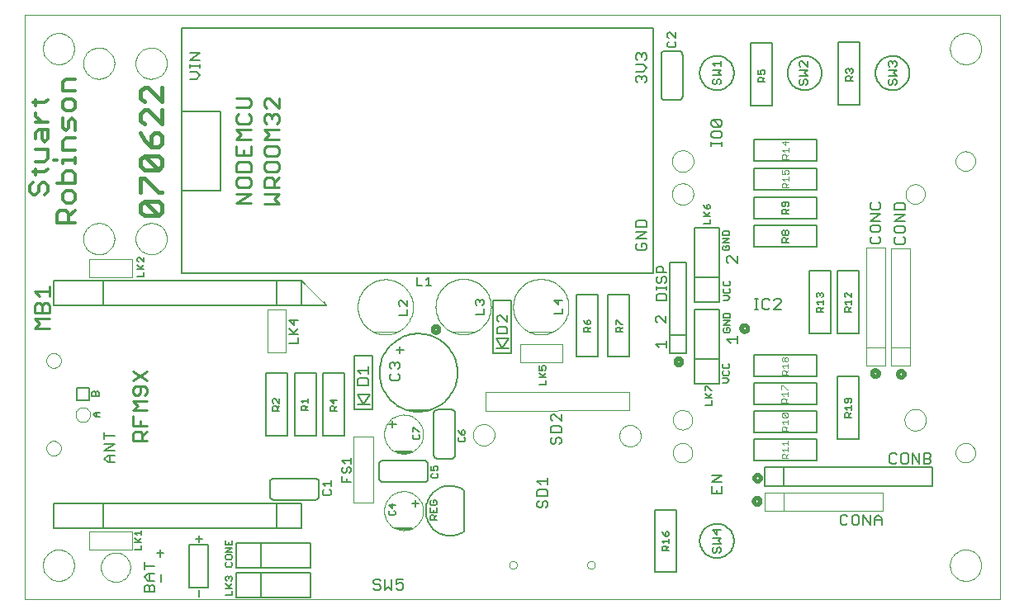
<source format=gto>
G75*
%MOIN*%
%OFA0B0*%
%FSLAX24Y24*%
%IPPOS*%
%LPD*%
%AMOC8*
5,1,8,0,0,1.08239X$1,22.5*
%
%ADD10C,0.0000*%
%ADD11C,0.0110*%
%ADD12C,0.0060*%
%ADD13C,0.0160*%
%ADD14C,0.0050*%
%ADD15C,0.0049*%
%ADD16C,0.0150*%
%ADD17C,0.0130*%
%ADD18C,0.0047*%
%ADD19C,0.0080*%
%ADD20C,0.0059*%
%ADD21C,0.0070*%
%ADD22C,0.0040*%
%ADD23C,0.0039*%
%ADD24C,0.0100*%
D10*
X004227Y002440D02*
X043597Y002440D01*
X043597Y026062D01*
X004227Y026062D01*
X004227Y002440D01*
X004975Y003818D02*
X004977Y003868D01*
X004983Y003918D01*
X004993Y003967D01*
X005007Y004015D01*
X005024Y004062D01*
X005045Y004107D01*
X005070Y004151D01*
X005098Y004192D01*
X005130Y004231D01*
X005164Y004268D01*
X005201Y004302D01*
X005241Y004332D01*
X005283Y004359D01*
X005327Y004383D01*
X005373Y004404D01*
X005420Y004420D01*
X005468Y004433D01*
X005518Y004442D01*
X005567Y004447D01*
X005618Y004448D01*
X005668Y004445D01*
X005717Y004438D01*
X005766Y004427D01*
X005814Y004412D01*
X005860Y004394D01*
X005905Y004372D01*
X005948Y004346D01*
X005989Y004317D01*
X006028Y004285D01*
X006064Y004250D01*
X006096Y004212D01*
X006126Y004172D01*
X006153Y004129D01*
X006176Y004085D01*
X006195Y004039D01*
X006211Y003991D01*
X006223Y003942D01*
X006231Y003893D01*
X006235Y003843D01*
X006235Y003793D01*
X006231Y003743D01*
X006223Y003694D01*
X006211Y003645D01*
X006195Y003597D01*
X006176Y003551D01*
X006153Y003507D01*
X006126Y003464D01*
X006096Y003424D01*
X006064Y003386D01*
X006028Y003351D01*
X005989Y003319D01*
X005948Y003290D01*
X005905Y003264D01*
X005860Y003242D01*
X005814Y003224D01*
X005766Y003209D01*
X005717Y003198D01*
X005668Y003191D01*
X005618Y003188D01*
X005567Y003189D01*
X005518Y003194D01*
X005468Y003203D01*
X005420Y003216D01*
X005373Y003232D01*
X005327Y003253D01*
X005283Y003277D01*
X005241Y003304D01*
X005201Y003334D01*
X005164Y003368D01*
X005130Y003405D01*
X005098Y003444D01*
X005070Y003485D01*
X005045Y003529D01*
X005024Y003574D01*
X005007Y003621D01*
X004993Y003669D01*
X004983Y003718D01*
X004977Y003768D01*
X004975Y003818D01*
X007317Y003739D02*
X007319Y003787D01*
X007325Y003835D01*
X007335Y003882D01*
X007348Y003928D01*
X007366Y003973D01*
X007386Y004017D01*
X007411Y004059D01*
X007439Y004098D01*
X007469Y004135D01*
X007503Y004169D01*
X007540Y004201D01*
X007578Y004230D01*
X007619Y004255D01*
X007662Y004277D01*
X007707Y004295D01*
X007753Y004309D01*
X007800Y004320D01*
X007848Y004327D01*
X007896Y004330D01*
X007944Y004329D01*
X007992Y004324D01*
X008040Y004315D01*
X008086Y004303D01*
X008131Y004286D01*
X008175Y004266D01*
X008217Y004243D01*
X008257Y004216D01*
X008295Y004186D01*
X008330Y004153D01*
X008362Y004117D01*
X008392Y004079D01*
X008418Y004038D01*
X008440Y003995D01*
X008460Y003951D01*
X008475Y003906D01*
X008487Y003859D01*
X008495Y003811D01*
X008499Y003763D01*
X008499Y003715D01*
X008495Y003667D01*
X008487Y003619D01*
X008475Y003572D01*
X008460Y003527D01*
X008440Y003483D01*
X008418Y003440D01*
X008392Y003399D01*
X008362Y003361D01*
X008330Y003325D01*
X008295Y003292D01*
X008257Y003262D01*
X008217Y003235D01*
X008175Y003212D01*
X008131Y003192D01*
X008086Y003175D01*
X008040Y003163D01*
X007992Y003154D01*
X007944Y003149D01*
X007896Y003148D01*
X007848Y003151D01*
X007800Y003158D01*
X007753Y003169D01*
X007707Y003183D01*
X007662Y003201D01*
X007619Y003223D01*
X007578Y003248D01*
X007540Y003277D01*
X007503Y003309D01*
X007469Y003343D01*
X007439Y003380D01*
X007411Y003419D01*
X007386Y003461D01*
X007366Y003505D01*
X007348Y003550D01*
X007335Y003596D01*
X007325Y003643D01*
X007319Y003691D01*
X007317Y003739D01*
X005113Y008542D02*
X005115Y008576D01*
X005121Y008610D01*
X005131Y008643D01*
X005144Y008674D01*
X005162Y008704D01*
X005182Y008732D01*
X005206Y008757D01*
X005232Y008779D01*
X005260Y008797D01*
X005291Y008813D01*
X005323Y008825D01*
X005357Y008833D01*
X005391Y008837D01*
X005425Y008837D01*
X005459Y008833D01*
X005493Y008825D01*
X005525Y008813D01*
X005555Y008797D01*
X005584Y008779D01*
X005610Y008757D01*
X005634Y008732D01*
X005654Y008704D01*
X005672Y008674D01*
X005685Y008643D01*
X005695Y008610D01*
X005701Y008576D01*
X005703Y008542D01*
X005701Y008508D01*
X005695Y008474D01*
X005685Y008441D01*
X005672Y008410D01*
X005654Y008380D01*
X005634Y008352D01*
X005610Y008327D01*
X005584Y008305D01*
X005556Y008287D01*
X005525Y008271D01*
X005493Y008259D01*
X005459Y008251D01*
X005425Y008247D01*
X005391Y008247D01*
X005357Y008251D01*
X005323Y008259D01*
X005291Y008271D01*
X005260Y008287D01*
X005232Y008305D01*
X005206Y008327D01*
X005182Y008352D01*
X005162Y008380D01*
X005144Y008410D01*
X005131Y008441D01*
X005121Y008474D01*
X005115Y008508D01*
X005113Y008542D01*
X005113Y012086D02*
X005115Y012120D01*
X005121Y012154D01*
X005131Y012187D01*
X005144Y012218D01*
X005162Y012248D01*
X005182Y012276D01*
X005206Y012301D01*
X005232Y012323D01*
X005260Y012341D01*
X005291Y012357D01*
X005323Y012369D01*
X005357Y012377D01*
X005391Y012381D01*
X005425Y012381D01*
X005459Y012377D01*
X005493Y012369D01*
X005525Y012357D01*
X005555Y012341D01*
X005584Y012323D01*
X005610Y012301D01*
X005634Y012276D01*
X005654Y012248D01*
X005672Y012218D01*
X005685Y012187D01*
X005695Y012154D01*
X005701Y012120D01*
X005703Y012086D01*
X005701Y012052D01*
X005695Y012018D01*
X005685Y011985D01*
X005672Y011954D01*
X005654Y011924D01*
X005634Y011896D01*
X005610Y011871D01*
X005584Y011849D01*
X005556Y011831D01*
X005525Y011815D01*
X005493Y011803D01*
X005459Y011795D01*
X005425Y011791D01*
X005391Y011791D01*
X005357Y011795D01*
X005323Y011803D01*
X005291Y011815D01*
X005260Y011831D01*
X005232Y011849D01*
X005206Y011871D01*
X005182Y011896D01*
X005162Y011924D01*
X005144Y011954D01*
X005131Y011985D01*
X005121Y012018D01*
X005115Y012052D01*
X005113Y012086D01*
X006601Y017007D02*
X006603Y017057D01*
X006609Y017107D01*
X006619Y017156D01*
X006633Y017204D01*
X006650Y017251D01*
X006671Y017296D01*
X006696Y017340D01*
X006724Y017381D01*
X006756Y017420D01*
X006790Y017457D01*
X006827Y017491D01*
X006867Y017521D01*
X006909Y017548D01*
X006953Y017572D01*
X006999Y017593D01*
X007046Y017609D01*
X007094Y017622D01*
X007144Y017631D01*
X007193Y017636D01*
X007244Y017637D01*
X007294Y017634D01*
X007343Y017627D01*
X007392Y017616D01*
X007440Y017601D01*
X007486Y017583D01*
X007531Y017561D01*
X007574Y017535D01*
X007615Y017506D01*
X007654Y017474D01*
X007690Y017439D01*
X007722Y017401D01*
X007752Y017361D01*
X007779Y017318D01*
X007802Y017274D01*
X007821Y017228D01*
X007837Y017180D01*
X007849Y017131D01*
X007857Y017082D01*
X007861Y017032D01*
X007861Y016982D01*
X007857Y016932D01*
X007849Y016883D01*
X007837Y016834D01*
X007821Y016786D01*
X007802Y016740D01*
X007779Y016696D01*
X007752Y016653D01*
X007722Y016613D01*
X007690Y016575D01*
X007654Y016540D01*
X007615Y016508D01*
X007574Y016479D01*
X007531Y016453D01*
X007486Y016431D01*
X007440Y016413D01*
X007392Y016398D01*
X007343Y016387D01*
X007294Y016380D01*
X007244Y016377D01*
X007193Y016378D01*
X007144Y016383D01*
X007094Y016392D01*
X007046Y016405D01*
X006999Y016421D01*
X006953Y016442D01*
X006909Y016466D01*
X006867Y016493D01*
X006827Y016523D01*
X006790Y016557D01*
X006756Y016594D01*
X006724Y016633D01*
X006696Y016674D01*
X006671Y016718D01*
X006650Y016763D01*
X006633Y016810D01*
X006619Y016858D01*
X006609Y016907D01*
X006603Y016957D01*
X006601Y017007D01*
X008715Y017007D02*
X008717Y017057D01*
X008723Y017107D01*
X008733Y017156D01*
X008747Y017204D01*
X008764Y017251D01*
X008785Y017296D01*
X008810Y017340D01*
X008838Y017381D01*
X008870Y017420D01*
X008904Y017457D01*
X008941Y017491D01*
X008981Y017521D01*
X009023Y017548D01*
X009067Y017572D01*
X009113Y017593D01*
X009160Y017609D01*
X009208Y017622D01*
X009258Y017631D01*
X009307Y017636D01*
X009358Y017637D01*
X009408Y017634D01*
X009457Y017627D01*
X009506Y017616D01*
X009554Y017601D01*
X009600Y017583D01*
X009645Y017561D01*
X009688Y017535D01*
X009729Y017506D01*
X009768Y017474D01*
X009804Y017439D01*
X009836Y017401D01*
X009866Y017361D01*
X009893Y017318D01*
X009916Y017274D01*
X009935Y017228D01*
X009951Y017180D01*
X009963Y017131D01*
X009971Y017082D01*
X009975Y017032D01*
X009975Y016982D01*
X009971Y016932D01*
X009963Y016883D01*
X009951Y016834D01*
X009935Y016786D01*
X009916Y016740D01*
X009893Y016696D01*
X009866Y016653D01*
X009836Y016613D01*
X009804Y016575D01*
X009768Y016540D01*
X009729Y016508D01*
X009688Y016479D01*
X009645Y016453D01*
X009600Y016431D01*
X009554Y016413D01*
X009506Y016398D01*
X009457Y016387D01*
X009408Y016380D01*
X009358Y016377D01*
X009307Y016378D01*
X009258Y016383D01*
X009208Y016392D01*
X009160Y016405D01*
X009113Y016421D01*
X009067Y016442D01*
X009023Y016466D01*
X008981Y016493D01*
X008941Y016523D01*
X008904Y016557D01*
X008870Y016594D01*
X008838Y016633D01*
X008810Y016674D01*
X008785Y016718D01*
X008764Y016763D01*
X008747Y016810D01*
X008733Y016858D01*
X008723Y016907D01*
X008717Y016957D01*
X008715Y017007D01*
X008715Y024094D02*
X008717Y024144D01*
X008723Y024194D01*
X008733Y024243D01*
X008747Y024291D01*
X008764Y024338D01*
X008785Y024383D01*
X008810Y024427D01*
X008838Y024468D01*
X008870Y024507D01*
X008904Y024544D01*
X008941Y024578D01*
X008981Y024608D01*
X009023Y024635D01*
X009067Y024659D01*
X009113Y024680D01*
X009160Y024696D01*
X009208Y024709D01*
X009258Y024718D01*
X009307Y024723D01*
X009358Y024724D01*
X009408Y024721D01*
X009457Y024714D01*
X009506Y024703D01*
X009554Y024688D01*
X009600Y024670D01*
X009645Y024648D01*
X009688Y024622D01*
X009729Y024593D01*
X009768Y024561D01*
X009804Y024526D01*
X009836Y024488D01*
X009866Y024448D01*
X009893Y024405D01*
X009916Y024361D01*
X009935Y024315D01*
X009951Y024267D01*
X009963Y024218D01*
X009971Y024169D01*
X009975Y024119D01*
X009975Y024069D01*
X009971Y024019D01*
X009963Y023970D01*
X009951Y023921D01*
X009935Y023873D01*
X009916Y023827D01*
X009893Y023783D01*
X009866Y023740D01*
X009836Y023700D01*
X009804Y023662D01*
X009768Y023627D01*
X009729Y023595D01*
X009688Y023566D01*
X009645Y023540D01*
X009600Y023518D01*
X009554Y023500D01*
X009506Y023485D01*
X009457Y023474D01*
X009408Y023467D01*
X009358Y023464D01*
X009307Y023465D01*
X009258Y023470D01*
X009208Y023479D01*
X009160Y023492D01*
X009113Y023508D01*
X009067Y023529D01*
X009023Y023553D01*
X008981Y023580D01*
X008941Y023610D01*
X008904Y023644D01*
X008870Y023681D01*
X008838Y023720D01*
X008810Y023761D01*
X008785Y023805D01*
X008764Y023850D01*
X008747Y023897D01*
X008733Y023945D01*
X008723Y023994D01*
X008717Y024044D01*
X008715Y024094D01*
X006601Y024094D02*
X006603Y024144D01*
X006609Y024194D01*
X006619Y024243D01*
X006633Y024291D01*
X006650Y024338D01*
X006671Y024383D01*
X006696Y024427D01*
X006724Y024468D01*
X006756Y024507D01*
X006790Y024544D01*
X006827Y024578D01*
X006867Y024608D01*
X006909Y024635D01*
X006953Y024659D01*
X006999Y024680D01*
X007046Y024696D01*
X007094Y024709D01*
X007144Y024718D01*
X007193Y024723D01*
X007244Y024724D01*
X007294Y024721D01*
X007343Y024714D01*
X007392Y024703D01*
X007440Y024688D01*
X007486Y024670D01*
X007531Y024648D01*
X007574Y024622D01*
X007615Y024593D01*
X007654Y024561D01*
X007690Y024526D01*
X007722Y024488D01*
X007752Y024448D01*
X007779Y024405D01*
X007802Y024361D01*
X007821Y024315D01*
X007837Y024267D01*
X007849Y024218D01*
X007857Y024169D01*
X007861Y024119D01*
X007861Y024069D01*
X007857Y024019D01*
X007849Y023970D01*
X007837Y023921D01*
X007821Y023873D01*
X007802Y023827D01*
X007779Y023783D01*
X007752Y023740D01*
X007722Y023700D01*
X007690Y023662D01*
X007654Y023627D01*
X007615Y023595D01*
X007574Y023566D01*
X007531Y023540D01*
X007486Y023518D01*
X007440Y023500D01*
X007392Y023485D01*
X007343Y023474D01*
X007294Y023467D01*
X007244Y023464D01*
X007193Y023465D01*
X007144Y023470D01*
X007094Y023479D01*
X007046Y023492D01*
X006999Y023508D01*
X006953Y023529D01*
X006909Y023553D01*
X006867Y023580D01*
X006827Y023610D01*
X006790Y023644D01*
X006756Y023681D01*
X006724Y023720D01*
X006696Y023761D01*
X006671Y023805D01*
X006650Y023850D01*
X006633Y023897D01*
X006619Y023945D01*
X006609Y023994D01*
X006603Y024044D01*
X006601Y024094D01*
X004975Y024684D02*
X004977Y024734D01*
X004983Y024784D01*
X004993Y024833D01*
X005007Y024881D01*
X005024Y024928D01*
X005045Y024973D01*
X005070Y025017D01*
X005098Y025058D01*
X005130Y025097D01*
X005164Y025134D01*
X005201Y025168D01*
X005241Y025198D01*
X005283Y025225D01*
X005327Y025249D01*
X005373Y025270D01*
X005420Y025286D01*
X005468Y025299D01*
X005518Y025308D01*
X005567Y025313D01*
X005618Y025314D01*
X005668Y025311D01*
X005717Y025304D01*
X005766Y025293D01*
X005814Y025278D01*
X005860Y025260D01*
X005905Y025238D01*
X005948Y025212D01*
X005989Y025183D01*
X006028Y025151D01*
X006064Y025116D01*
X006096Y025078D01*
X006126Y025038D01*
X006153Y024995D01*
X006176Y024951D01*
X006195Y024905D01*
X006211Y024857D01*
X006223Y024808D01*
X006231Y024759D01*
X006235Y024709D01*
X006235Y024659D01*
X006231Y024609D01*
X006223Y024560D01*
X006211Y024511D01*
X006195Y024463D01*
X006176Y024417D01*
X006153Y024373D01*
X006126Y024330D01*
X006096Y024290D01*
X006064Y024252D01*
X006028Y024217D01*
X005989Y024185D01*
X005948Y024156D01*
X005905Y024130D01*
X005860Y024108D01*
X005814Y024090D01*
X005766Y024075D01*
X005717Y024064D01*
X005668Y024057D01*
X005618Y024054D01*
X005567Y024055D01*
X005518Y024060D01*
X005468Y024069D01*
X005420Y024082D01*
X005373Y024098D01*
X005327Y024119D01*
X005283Y024143D01*
X005241Y024170D01*
X005201Y024200D01*
X005164Y024234D01*
X005130Y024271D01*
X005098Y024310D01*
X005070Y024351D01*
X005045Y024395D01*
X005024Y024440D01*
X005007Y024487D01*
X004993Y024535D01*
X004983Y024584D01*
X004977Y024634D01*
X004975Y024684D01*
X030368Y020141D02*
X030370Y020182D01*
X030376Y020223D01*
X030386Y020263D01*
X030399Y020302D01*
X030416Y020339D01*
X030437Y020375D01*
X030461Y020409D01*
X030488Y020440D01*
X030517Y020468D01*
X030550Y020494D01*
X030584Y020516D01*
X030621Y020535D01*
X030659Y020550D01*
X030699Y020562D01*
X030739Y020570D01*
X030780Y020574D01*
X030822Y020574D01*
X030863Y020570D01*
X030903Y020562D01*
X030943Y020550D01*
X030981Y020535D01*
X031017Y020516D01*
X031052Y020494D01*
X031085Y020468D01*
X031114Y020440D01*
X031141Y020409D01*
X031165Y020375D01*
X031186Y020339D01*
X031203Y020302D01*
X031216Y020263D01*
X031226Y020223D01*
X031232Y020182D01*
X031234Y020141D01*
X031232Y020100D01*
X031226Y020059D01*
X031216Y020019D01*
X031203Y019980D01*
X031186Y019943D01*
X031165Y019907D01*
X031141Y019873D01*
X031114Y019842D01*
X031085Y019814D01*
X031052Y019788D01*
X031018Y019766D01*
X030981Y019747D01*
X030943Y019732D01*
X030903Y019720D01*
X030863Y019712D01*
X030822Y019708D01*
X030780Y019708D01*
X030739Y019712D01*
X030699Y019720D01*
X030659Y019732D01*
X030621Y019747D01*
X030585Y019766D01*
X030550Y019788D01*
X030517Y019814D01*
X030488Y019842D01*
X030461Y019873D01*
X030437Y019907D01*
X030416Y019943D01*
X030399Y019980D01*
X030386Y020019D01*
X030376Y020059D01*
X030370Y020100D01*
X030368Y020141D01*
X030364Y018810D02*
X030366Y018851D01*
X030372Y018892D01*
X030382Y018932D01*
X030395Y018971D01*
X030412Y019008D01*
X030433Y019044D01*
X030457Y019078D01*
X030484Y019109D01*
X030513Y019137D01*
X030546Y019163D01*
X030580Y019185D01*
X030617Y019204D01*
X030655Y019219D01*
X030695Y019231D01*
X030735Y019239D01*
X030776Y019243D01*
X030818Y019243D01*
X030859Y019239D01*
X030899Y019231D01*
X030939Y019219D01*
X030977Y019204D01*
X031013Y019185D01*
X031048Y019163D01*
X031081Y019137D01*
X031110Y019109D01*
X031137Y019078D01*
X031161Y019044D01*
X031182Y019008D01*
X031199Y018971D01*
X031212Y018932D01*
X031222Y018892D01*
X031228Y018851D01*
X031230Y018810D01*
X031228Y018769D01*
X031222Y018728D01*
X031212Y018688D01*
X031199Y018649D01*
X031182Y018612D01*
X031161Y018576D01*
X031137Y018542D01*
X031110Y018511D01*
X031081Y018483D01*
X031048Y018457D01*
X031014Y018435D01*
X030977Y018416D01*
X030939Y018401D01*
X030899Y018389D01*
X030859Y018381D01*
X030818Y018377D01*
X030776Y018377D01*
X030735Y018381D01*
X030695Y018389D01*
X030655Y018401D01*
X030617Y018416D01*
X030581Y018435D01*
X030546Y018457D01*
X030513Y018483D01*
X030484Y018511D01*
X030457Y018542D01*
X030433Y018576D01*
X030412Y018612D01*
X030395Y018649D01*
X030382Y018688D01*
X030372Y018728D01*
X030366Y018769D01*
X030364Y018810D01*
X039793Y018810D02*
X039795Y018849D01*
X039801Y018888D01*
X039811Y018926D01*
X039824Y018963D01*
X039841Y018998D01*
X039861Y019032D01*
X039885Y019063D01*
X039912Y019092D01*
X039941Y019118D01*
X039973Y019141D01*
X040007Y019161D01*
X040043Y019177D01*
X040080Y019189D01*
X040119Y019198D01*
X040158Y019203D01*
X040197Y019204D01*
X040236Y019201D01*
X040275Y019194D01*
X040312Y019183D01*
X040349Y019169D01*
X040384Y019151D01*
X040417Y019130D01*
X040448Y019105D01*
X040476Y019078D01*
X040501Y019048D01*
X040523Y019015D01*
X040542Y018981D01*
X040557Y018945D01*
X040569Y018907D01*
X040577Y018869D01*
X040581Y018830D01*
X040581Y018790D01*
X040577Y018751D01*
X040569Y018713D01*
X040557Y018675D01*
X040542Y018639D01*
X040523Y018605D01*
X040501Y018572D01*
X040476Y018542D01*
X040448Y018515D01*
X040417Y018490D01*
X040384Y018469D01*
X040349Y018451D01*
X040312Y018437D01*
X040275Y018426D01*
X040236Y018419D01*
X040197Y018416D01*
X040158Y018417D01*
X040119Y018422D01*
X040080Y018431D01*
X040043Y018443D01*
X040007Y018459D01*
X039973Y018479D01*
X039941Y018502D01*
X039912Y018528D01*
X039885Y018557D01*
X039861Y018588D01*
X039841Y018622D01*
X039824Y018657D01*
X039811Y018694D01*
X039801Y018732D01*
X039795Y018771D01*
X039793Y018810D01*
X041817Y020141D02*
X041819Y020180D01*
X041825Y020219D01*
X041835Y020257D01*
X041848Y020294D01*
X041865Y020329D01*
X041885Y020363D01*
X041909Y020394D01*
X041936Y020423D01*
X041965Y020449D01*
X041997Y020472D01*
X042031Y020492D01*
X042067Y020508D01*
X042104Y020520D01*
X042143Y020529D01*
X042182Y020534D01*
X042221Y020535D01*
X042260Y020532D01*
X042299Y020525D01*
X042336Y020514D01*
X042373Y020500D01*
X042408Y020482D01*
X042441Y020461D01*
X042472Y020436D01*
X042500Y020409D01*
X042525Y020379D01*
X042547Y020346D01*
X042566Y020312D01*
X042581Y020276D01*
X042593Y020238D01*
X042601Y020200D01*
X042605Y020161D01*
X042605Y020121D01*
X042601Y020082D01*
X042593Y020044D01*
X042581Y020006D01*
X042566Y019970D01*
X042547Y019936D01*
X042525Y019903D01*
X042500Y019873D01*
X042472Y019846D01*
X042441Y019821D01*
X042408Y019800D01*
X042373Y019782D01*
X042336Y019768D01*
X042299Y019757D01*
X042260Y019750D01*
X042221Y019747D01*
X042182Y019748D01*
X042143Y019753D01*
X042104Y019762D01*
X042067Y019774D01*
X042031Y019790D01*
X041997Y019810D01*
X041965Y019833D01*
X041936Y019859D01*
X041909Y019888D01*
X041885Y019919D01*
X041865Y019953D01*
X041848Y019988D01*
X041835Y020025D01*
X041825Y020063D01*
X041819Y020102D01*
X041817Y020141D01*
X041589Y024684D02*
X041591Y024734D01*
X041597Y024784D01*
X041607Y024833D01*
X041621Y024881D01*
X041638Y024928D01*
X041659Y024973D01*
X041684Y025017D01*
X041712Y025058D01*
X041744Y025097D01*
X041778Y025134D01*
X041815Y025168D01*
X041855Y025198D01*
X041897Y025225D01*
X041941Y025249D01*
X041987Y025270D01*
X042034Y025286D01*
X042082Y025299D01*
X042132Y025308D01*
X042181Y025313D01*
X042232Y025314D01*
X042282Y025311D01*
X042331Y025304D01*
X042380Y025293D01*
X042428Y025278D01*
X042474Y025260D01*
X042519Y025238D01*
X042562Y025212D01*
X042603Y025183D01*
X042642Y025151D01*
X042678Y025116D01*
X042710Y025078D01*
X042740Y025038D01*
X042767Y024995D01*
X042790Y024951D01*
X042809Y024905D01*
X042825Y024857D01*
X042837Y024808D01*
X042845Y024759D01*
X042849Y024709D01*
X042849Y024659D01*
X042845Y024609D01*
X042837Y024560D01*
X042825Y024511D01*
X042809Y024463D01*
X042790Y024417D01*
X042767Y024373D01*
X042740Y024330D01*
X042710Y024290D01*
X042678Y024252D01*
X042642Y024217D01*
X042603Y024185D01*
X042562Y024156D01*
X042519Y024130D01*
X042474Y024108D01*
X042428Y024090D01*
X042380Y024075D01*
X042331Y024064D01*
X042282Y024057D01*
X042232Y024054D01*
X042181Y024055D01*
X042132Y024060D01*
X042082Y024069D01*
X042034Y024082D01*
X041987Y024098D01*
X041941Y024119D01*
X041897Y024143D01*
X041855Y024170D01*
X041815Y024200D01*
X041778Y024234D01*
X041744Y024271D01*
X041712Y024310D01*
X041684Y024351D01*
X041659Y024395D01*
X041638Y024440D01*
X041621Y024487D01*
X041607Y024535D01*
X041597Y024584D01*
X041591Y024634D01*
X041589Y024684D01*
X039754Y009692D02*
X039756Y009733D01*
X039762Y009774D01*
X039772Y009814D01*
X039785Y009853D01*
X039802Y009890D01*
X039823Y009926D01*
X039847Y009960D01*
X039874Y009991D01*
X039903Y010019D01*
X039936Y010045D01*
X039970Y010067D01*
X040007Y010086D01*
X040045Y010101D01*
X040085Y010113D01*
X040125Y010121D01*
X040166Y010125D01*
X040208Y010125D01*
X040249Y010121D01*
X040289Y010113D01*
X040329Y010101D01*
X040367Y010086D01*
X040403Y010067D01*
X040438Y010045D01*
X040471Y010019D01*
X040500Y009991D01*
X040527Y009960D01*
X040551Y009926D01*
X040572Y009890D01*
X040589Y009853D01*
X040602Y009814D01*
X040612Y009774D01*
X040618Y009733D01*
X040620Y009692D01*
X040618Y009651D01*
X040612Y009610D01*
X040602Y009570D01*
X040589Y009531D01*
X040572Y009494D01*
X040551Y009458D01*
X040527Y009424D01*
X040500Y009393D01*
X040471Y009365D01*
X040438Y009339D01*
X040404Y009317D01*
X040367Y009298D01*
X040329Y009283D01*
X040289Y009271D01*
X040249Y009263D01*
X040208Y009259D01*
X040166Y009259D01*
X040125Y009263D01*
X040085Y009271D01*
X040045Y009283D01*
X040007Y009298D01*
X039971Y009317D01*
X039936Y009339D01*
X039903Y009365D01*
X039874Y009393D01*
X039847Y009424D01*
X039823Y009458D01*
X039802Y009494D01*
X039785Y009531D01*
X039772Y009570D01*
X039762Y009610D01*
X039756Y009651D01*
X039754Y009692D01*
X041817Y008361D02*
X041819Y008400D01*
X041825Y008439D01*
X041835Y008477D01*
X041848Y008514D01*
X041865Y008549D01*
X041885Y008583D01*
X041909Y008614D01*
X041936Y008643D01*
X041965Y008669D01*
X041997Y008692D01*
X042031Y008712D01*
X042067Y008728D01*
X042104Y008740D01*
X042143Y008749D01*
X042182Y008754D01*
X042221Y008755D01*
X042260Y008752D01*
X042299Y008745D01*
X042336Y008734D01*
X042373Y008720D01*
X042408Y008702D01*
X042441Y008681D01*
X042472Y008656D01*
X042500Y008629D01*
X042525Y008599D01*
X042547Y008566D01*
X042566Y008532D01*
X042581Y008496D01*
X042593Y008458D01*
X042601Y008420D01*
X042605Y008381D01*
X042605Y008341D01*
X042601Y008302D01*
X042593Y008264D01*
X042581Y008226D01*
X042566Y008190D01*
X042547Y008156D01*
X042525Y008123D01*
X042500Y008093D01*
X042472Y008066D01*
X042441Y008041D01*
X042408Y008020D01*
X042373Y008002D01*
X042336Y007988D01*
X042299Y007977D01*
X042260Y007970D01*
X042221Y007967D01*
X042182Y007968D01*
X042143Y007973D01*
X042104Y007982D01*
X042067Y007994D01*
X042031Y008010D01*
X041997Y008030D01*
X041965Y008053D01*
X041936Y008079D01*
X041909Y008108D01*
X041885Y008139D01*
X041865Y008173D01*
X041848Y008208D01*
X041835Y008245D01*
X041825Y008283D01*
X041819Y008322D01*
X041817Y008361D01*
X041589Y003818D02*
X041591Y003868D01*
X041597Y003918D01*
X041607Y003967D01*
X041621Y004015D01*
X041638Y004062D01*
X041659Y004107D01*
X041684Y004151D01*
X041712Y004192D01*
X041744Y004231D01*
X041778Y004268D01*
X041815Y004302D01*
X041855Y004332D01*
X041897Y004359D01*
X041941Y004383D01*
X041987Y004404D01*
X042034Y004420D01*
X042082Y004433D01*
X042132Y004442D01*
X042181Y004447D01*
X042232Y004448D01*
X042282Y004445D01*
X042331Y004438D01*
X042380Y004427D01*
X042428Y004412D01*
X042474Y004394D01*
X042519Y004372D01*
X042562Y004346D01*
X042603Y004317D01*
X042642Y004285D01*
X042678Y004250D01*
X042710Y004212D01*
X042740Y004172D01*
X042767Y004129D01*
X042790Y004085D01*
X042809Y004039D01*
X042825Y003991D01*
X042837Y003942D01*
X042845Y003893D01*
X042849Y003843D01*
X042849Y003793D01*
X042845Y003743D01*
X042837Y003694D01*
X042825Y003645D01*
X042809Y003597D01*
X042790Y003551D01*
X042767Y003507D01*
X042740Y003464D01*
X042710Y003424D01*
X042678Y003386D01*
X042642Y003351D01*
X042603Y003319D01*
X042562Y003290D01*
X042519Y003264D01*
X042474Y003242D01*
X042428Y003224D01*
X042380Y003209D01*
X042331Y003198D01*
X042282Y003191D01*
X042232Y003188D01*
X042181Y003189D01*
X042132Y003194D01*
X042082Y003203D01*
X042034Y003216D01*
X041987Y003232D01*
X041941Y003253D01*
X041897Y003277D01*
X041855Y003304D01*
X041815Y003334D01*
X041778Y003368D01*
X041744Y003405D01*
X041712Y003444D01*
X041684Y003485D01*
X041659Y003529D01*
X041638Y003574D01*
X041621Y003621D01*
X041607Y003669D01*
X041597Y003718D01*
X041591Y003768D01*
X041589Y003818D01*
X030400Y008361D02*
X030402Y008400D01*
X030408Y008439D01*
X030418Y008477D01*
X030431Y008514D01*
X030448Y008549D01*
X030468Y008583D01*
X030492Y008614D01*
X030519Y008643D01*
X030548Y008669D01*
X030580Y008692D01*
X030614Y008712D01*
X030650Y008728D01*
X030687Y008740D01*
X030726Y008749D01*
X030765Y008754D01*
X030804Y008755D01*
X030843Y008752D01*
X030882Y008745D01*
X030919Y008734D01*
X030956Y008720D01*
X030991Y008702D01*
X031024Y008681D01*
X031055Y008656D01*
X031083Y008629D01*
X031108Y008599D01*
X031130Y008566D01*
X031149Y008532D01*
X031164Y008496D01*
X031176Y008458D01*
X031184Y008420D01*
X031188Y008381D01*
X031188Y008341D01*
X031184Y008302D01*
X031176Y008264D01*
X031164Y008226D01*
X031149Y008190D01*
X031130Y008156D01*
X031108Y008123D01*
X031083Y008093D01*
X031055Y008066D01*
X031024Y008041D01*
X030991Y008020D01*
X030956Y008002D01*
X030919Y007988D01*
X030882Y007977D01*
X030843Y007970D01*
X030804Y007967D01*
X030765Y007968D01*
X030726Y007973D01*
X030687Y007982D01*
X030650Y007994D01*
X030614Y008010D01*
X030580Y008030D01*
X030548Y008053D01*
X030519Y008079D01*
X030492Y008108D01*
X030468Y008139D01*
X030448Y008173D01*
X030431Y008208D01*
X030418Y008245D01*
X030408Y008283D01*
X030402Y008322D01*
X030400Y008361D01*
X028242Y009046D02*
X028244Y009087D01*
X028250Y009128D01*
X028260Y009168D01*
X028273Y009207D01*
X028290Y009244D01*
X028311Y009280D01*
X028335Y009314D01*
X028362Y009345D01*
X028391Y009373D01*
X028424Y009399D01*
X028458Y009421D01*
X028495Y009440D01*
X028533Y009455D01*
X028573Y009467D01*
X028613Y009475D01*
X028654Y009479D01*
X028696Y009479D01*
X028737Y009475D01*
X028777Y009467D01*
X028817Y009455D01*
X028855Y009440D01*
X028891Y009421D01*
X028926Y009399D01*
X028959Y009373D01*
X028988Y009345D01*
X029015Y009314D01*
X029039Y009280D01*
X029060Y009244D01*
X029077Y009207D01*
X029090Y009168D01*
X029100Y009128D01*
X029106Y009087D01*
X029108Y009046D01*
X029106Y009005D01*
X029100Y008964D01*
X029090Y008924D01*
X029077Y008885D01*
X029060Y008848D01*
X029039Y008812D01*
X029015Y008778D01*
X028988Y008747D01*
X028959Y008719D01*
X028926Y008693D01*
X028892Y008671D01*
X028855Y008652D01*
X028817Y008637D01*
X028777Y008625D01*
X028737Y008617D01*
X028696Y008613D01*
X028654Y008613D01*
X028613Y008617D01*
X028573Y008625D01*
X028533Y008637D01*
X028495Y008652D01*
X028459Y008671D01*
X028424Y008693D01*
X028391Y008719D01*
X028362Y008747D01*
X028335Y008778D01*
X028311Y008812D01*
X028290Y008848D01*
X028273Y008885D01*
X028260Y008924D01*
X028250Y008964D01*
X028244Y009005D01*
X028242Y009046D01*
X030403Y009692D02*
X030405Y009731D01*
X030411Y009770D01*
X030421Y009808D01*
X030434Y009845D01*
X030451Y009880D01*
X030471Y009914D01*
X030495Y009945D01*
X030522Y009974D01*
X030551Y010000D01*
X030583Y010023D01*
X030617Y010043D01*
X030653Y010059D01*
X030690Y010071D01*
X030729Y010080D01*
X030768Y010085D01*
X030807Y010086D01*
X030846Y010083D01*
X030885Y010076D01*
X030922Y010065D01*
X030959Y010051D01*
X030994Y010033D01*
X031027Y010012D01*
X031058Y009987D01*
X031086Y009960D01*
X031111Y009930D01*
X031133Y009897D01*
X031152Y009863D01*
X031167Y009827D01*
X031179Y009789D01*
X031187Y009751D01*
X031191Y009712D01*
X031191Y009672D01*
X031187Y009633D01*
X031179Y009595D01*
X031167Y009557D01*
X031152Y009521D01*
X031133Y009487D01*
X031111Y009454D01*
X031086Y009424D01*
X031058Y009397D01*
X031027Y009372D01*
X030994Y009351D01*
X030959Y009333D01*
X030922Y009319D01*
X030885Y009308D01*
X030846Y009301D01*
X030807Y009298D01*
X030768Y009299D01*
X030729Y009304D01*
X030690Y009313D01*
X030653Y009325D01*
X030617Y009341D01*
X030583Y009361D01*
X030551Y009384D01*
X030522Y009410D01*
X030495Y009439D01*
X030471Y009470D01*
X030451Y009504D01*
X030434Y009539D01*
X030421Y009576D01*
X030411Y009614D01*
X030405Y009653D01*
X030403Y009692D01*
X022337Y009086D02*
X022339Y009127D01*
X022345Y009168D01*
X022355Y009208D01*
X022368Y009247D01*
X022385Y009284D01*
X022406Y009320D01*
X022430Y009354D01*
X022457Y009385D01*
X022486Y009413D01*
X022519Y009439D01*
X022553Y009461D01*
X022590Y009480D01*
X022628Y009495D01*
X022668Y009507D01*
X022708Y009515D01*
X022749Y009519D01*
X022791Y009519D01*
X022832Y009515D01*
X022872Y009507D01*
X022912Y009495D01*
X022950Y009480D01*
X022986Y009461D01*
X023021Y009439D01*
X023054Y009413D01*
X023083Y009385D01*
X023110Y009354D01*
X023134Y009320D01*
X023155Y009284D01*
X023172Y009247D01*
X023185Y009208D01*
X023195Y009168D01*
X023201Y009127D01*
X023203Y009086D01*
X023201Y009045D01*
X023195Y009004D01*
X023185Y008964D01*
X023172Y008925D01*
X023155Y008888D01*
X023134Y008852D01*
X023110Y008818D01*
X023083Y008787D01*
X023054Y008759D01*
X023021Y008733D01*
X022987Y008711D01*
X022950Y008692D01*
X022912Y008677D01*
X022872Y008665D01*
X022832Y008657D01*
X022791Y008653D01*
X022749Y008653D01*
X022708Y008657D01*
X022668Y008665D01*
X022628Y008677D01*
X022590Y008692D01*
X022554Y008711D01*
X022519Y008733D01*
X022486Y008759D01*
X022457Y008787D01*
X022430Y008818D01*
X022406Y008852D01*
X022385Y008888D01*
X022368Y008925D01*
X022355Y008964D01*
X022345Y009004D01*
X022339Y009045D01*
X022337Y009086D01*
X023794Y003830D02*
X023796Y003855D01*
X023802Y003879D01*
X023811Y003901D01*
X023824Y003922D01*
X023840Y003941D01*
X023859Y003957D01*
X023880Y003970D01*
X023902Y003979D01*
X023926Y003985D01*
X023951Y003987D01*
X023976Y003985D01*
X024000Y003979D01*
X024022Y003970D01*
X024043Y003957D01*
X024062Y003941D01*
X024078Y003922D01*
X024091Y003901D01*
X024100Y003879D01*
X024106Y003855D01*
X024108Y003830D01*
X024106Y003805D01*
X024100Y003781D01*
X024091Y003759D01*
X024078Y003738D01*
X024062Y003719D01*
X024043Y003703D01*
X024022Y003690D01*
X024000Y003681D01*
X023976Y003675D01*
X023951Y003673D01*
X023926Y003675D01*
X023902Y003681D01*
X023880Y003690D01*
X023859Y003703D01*
X023840Y003719D01*
X023824Y003738D01*
X023811Y003759D01*
X023802Y003781D01*
X023796Y003805D01*
X023794Y003830D01*
X026944Y003830D02*
X026946Y003855D01*
X026952Y003879D01*
X026961Y003901D01*
X026974Y003922D01*
X026990Y003941D01*
X027009Y003957D01*
X027030Y003970D01*
X027052Y003979D01*
X027076Y003985D01*
X027101Y003987D01*
X027126Y003985D01*
X027150Y003979D01*
X027172Y003970D01*
X027193Y003957D01*
X027212Y003941D01*
X027228Y003922D01*
X027241Y003901D01*
X027250Y003879D01*
X027256Y003855D01*
X027258Y003830D01*
X027256Y003805D01*
X027250Y003781D01*
X027241Y003759D01*
X027228Y003738D01*
X027212Y003719D01*
X027193Y003703D01*
X027172Y003690D01*
X027150Y003681D01*
X027126Y003675D01*
X027101Y003673D01*
X027076Y003675D01*
X027052Y003681D01*
X027030Y003690D01*
X027009Y003703D01*
X026990Y003719D01*
X026974Y003738D01*
X026961Y003759D01*
X026952Y003781D01*
X026946Y003805D01*
X026944Y003830D01*
D11*
X005239Y013385D02*
X004648Y013385D01*
X004845Y013582D01*
X004648Y013778D01*
X005239Y013778D01*
X005239Y014029D02*
X004648Y014029D01*
X004648Y014325D01*
X004746Y014423D01*
X004845Y014423D01*
X004943Y014325D01*
X004943Y014029D01*
X004943Y014325D02*
X005042Y014423D01*
X005140Y014423D01*
X005239Y014325D01*
X005239Y014029D01*
X005239Y014674D02*
X005239Y015067D01*
X005239Y014871D02*
X004648Y014871D01*
X004845Y014674D01*
X012774Y018436D02*
X013365Y018830D01*
X012774Y018830D01*
X012872Y019080D02*
X013266Y019080D01*
X013365Y019179D01*
X013365Y019376D01*
X013266Y019474D01*
X012872Y019474D01*
X012774Y019376D01*
X012774Y019179D01*
X012872Y019080D01*
X012774Y018436D02*
X013365Y018436D01*
X013924Y018428D02*
X014514Y018428D01*
X014317Y018625D01*
X014514Y018822D01*
X013924Y018822D01*
X013924Y019073D02*
X013924Y019368D01*
X014022Y019466D01*
X014219Y019466D01*
X014317Y019368D01*
X014317Y019073D01*
X014317Y019269D02*
X014514Y019466D01*
X014416Y019717D02*
X014514Y019816D01*
X014514Y020012D01*
X014416Y020111D01*
X014022Y020111D01*
X013924Y020012D01*
X013924Y019816D01*
X014022Y019717D01*
X014416Y019717D01*
X014416Y020362D02*
X014514Y020460D01*
X014514Y020657D01*
X014416Y020755D01*
X014022Y020755D01*
X013924Y020657D01*
X013924Y020460D01*
X014022Y020362D01*
X014416Y020362D01*
X013365Y020370D02*
X013365Y020763D01*
X013365Y021014D02*
X012774Y021014D01*
X012971Y021211D01*
X012774Y021408D01*
X013365Y021408D01*
X013266Y021659D02*
X012872Y021659D01*
X012774Y021757D01*
X012774Y021954D01*
X012872Y022052D01*
X012774Y022303D02*
X013266Y022303D01*
X013365Y022402D01*
X013365Y022598D01*
X013266Y022697D01*
X012774Y022697D01*
X013266Y022052D02*
X013365Y021954D01*
X013365Y021757D01*
X013266Y021659D01*
X013924Y021749D02*
X013924Y021946D01*
X014022Y022044D01*
X014120Y022044D01*
X014219Y021946D01*
X014317Y022044D01*
X014416Y022044D01*
X014514Y021946D01*
X014514Y021749D01*
X014416Y021651D01*
X014514Y021400D02*
X013924Y021400D01*
X014120Y021203D01*
X013924Y021006D01*
X014514Y021006D01*
X014022Y021651D02*
X013924Y021749D01*
X014219Y021848D02*
X014219Y021946D01*
X014022Y022295D02*
X013924Y022394D01*
X013924Y022591D01*
X014022Y022689D01*
X014120Y022689D01*
X014514Y022295D01*
X014514Y022689D01*
X012774Y020763D02*
X012774Y020370D01*
X013365Y020370D01*
X013266Y020119D02*
X012872Y020119D01*
X012774Y020020D01*
X012774Y019725D01*
X013365Y019725D01*
X013365Y020020D01*
X013266Y020119D01*
X013069Y020370D02*
X013069Y020566D01*
X013924Y019073D02*
X014514Y019073D01*
D12*
X020063Y015457D02*
X020063Y015117D01*
X020290Y015117D01*
X020432Y015117D02*
X020658Y015117D01*
X020545Y015117D02*
X020545Y015457D01*
X020432Y015344D01*
X019675Y014517D02*
X019675Y014291D01*
X019448Y014517D01*
X019392Y014517D01*
X019335Y014461D01*
X019335Y014347D01*
X019392Y014291D01*
X019675Y014149D02*
X019675Y013922D01*
X019335Y013922D01*
X018274Y012269D02*
X017549Y012269D01*
X017549Y010130D01*
X018274Y010130D01*
X018274Y012269D01*
X018162Y010725D02*
X017662Y010725D01*
X017912Y010325D01*
X018162Y010325D01*
X017912Y010325D02*
X018162Y010725D01*
X017912Y010325D02*
X017662Y010325D01*
X020755Y009963D02*
X020755Y008263D01*
X020756Y008264D02*
X020759Y008240D01*
X020767Y008217D01*
X020778Y008196D01*
X020792Y008177D01*
X020809Y008160D01*
X020828Y008146D01*
X020849Y008135D01*
X020872Y008128D01*
X020896Y008124D01*
X020919Y008125D01*
X020920Y008124D02*
X021447Y008124D01*
X021448Y008125D02*
X021471Y008124D01*
X021495Y008128D01*
X021518Y008135D01*
X021539Y008146D01*
X021558Y008160D01*
X021575Y008177D01*
X021589Y008196D01*
X021600Y008217D01*
X021608Y008240D01*
X021611Y008264D01*
X021611Y008263D02*
X021611Y009990D01*
X021612Y009990D02*
X021607Y010010D01*
X021599Y010030D01*
X021588Y010048D01*
X021575Y010064D01*
X021559Y010078D01*
X021541Y010089D01*
X021522Y010097D01*
X021501Y010102D01*
X021480Y010104D01*
X021459Y010103D01*
X021460Y010103D02*
X020920Y010103D01*
X020919Y010102D02*
X020896Y010103D01*
X020872Y010099D01*
X020849Y010092D01*
X020828Y010081D01*
X020809Y010067D01*
X020792Y010050D01*
X020778Y010031D01*
X020767Y010010D01*
X020759Y009987D01*
X020756Y009963D01*
X020384Y008037D02*
X018657Y008037D01*
X018657Y008038D02*
X018637Y008033D01*
X018617Y008025D01*
X018599Y008014D01*
X018583Y008001D01*
X018569Y007985D01*
X018558Y007967D01*
X018550Y007948D01*
X018545Y007927D01*
X018543Y007906D01*
X018544Y007885D01*
X018544Y007886D02*
X018544Y007345D01*
X018545Y007345D02*
X018544Y007322D01*
X018548Y007298D01*
X018555Y007275D01*
X018566Y007254D01*
X018580Y007235D01*
X018597Y007218D01*
X018616Y007204D01*
X018637Y007193D01*
X018660Y007185D01*
X018684Y007182D01*
X018684Y007181D02*
X020384Y007181D01*
X020383Y007182D02*
X020407Y007185D01*
X020430Y007193D01*
X020451Y007204D01*
X020470Y007218D01*
X020487Y007235D01*
X020501Y007254D01*
X020512Y007275D01*
X020519Y007298D01*
X020523Y007322D01*
X020522Y007345D01*
X020523Y007345D02*
X020523Y007873D01*
X020522Y007874D02*
X020523Y007897D01*
X020519Y007921D01*
X020512Y007944D01*
X020501Y007965D01*
X020487Y007984D01*
X020470Y008001D01*
X020451Y008015D01*
X020430Y008026D01*
X020407Y008034D01*
X020383Y008037D01*
X021971Y006844D02*
X021971Y005194D01*
X021971Y005194D01*
X021971Y005195D02*
X021922Y005160D01*
X021871Y005129D01*
X021817Y005102D01*
X021763Y005077D01*
X021706Y005056D01*
X021649Y005039D01*
X021591Y005025D01*
X021531Y005015D01*
X021472Y005009D01*
X021412Y005006D01*
X021352Y005007D01*
X021292Y005012D01*
X021233Y005021D01*
X021174Y005033D01*
X021116Y005049D01*
X021060Y005068D01*
X021004Y005091D01*
X020950Y005118D01*
X020898Y005148D01*
X020848Y005181D01*
X020800Y005217D01*
X020755Y005256D01*
X020712Y005297D01*
X020671Y005342D01*
X020634Y005388D01*
X020599Y005438D01*
X020568Y005489D01*
X020540Y005542D01*
X020515Y005596D01*
X020493Y005652D01*
X020476Y005710D01*
X020476Y006328D02*
X020493Y006386D01*
X020515Y006442D01*
X020540Y006496D01*
X020568Y006549D01*
X020599Y006600D01*
X020634Y006650D01*
X020671Y006696D01*
X020712Y006741D01*
X020755Y006782D01*
X020800Y006821D01*
X020848Y006857D01*
X020898Y006890D01*
X020950Y006920D01*
X021004Y006947D01*
X021060Y006970D01*
X021116Y006989D01*
X021174Y007005D01*
X021233Y007017D01*
X021292Y007026D01*
X021352Y007031D01*
X021412Y007032D01*
X021472Y007029D01*
X021531Y007023D01*
X021591Y007013D01*
X021649Y006999D01*
X021706Y006982D01*
X021763Y006961D01*
X021817Y006936D01*
X021871Y006909D01*
X021922Y006878D01*
X021971Y006843D01*
X020476Y006329D02*
X020459Y006268D01*
X020446Y006207D01*
X020437Y006144D01*
X020431Y006082D01*
X020429Y006019D01*
X020431Y005956D01*
X020437Y005894D01*
X020446Y005831D01*
X020459Y005770D01*
X020476Y005709D01*
X017396Y007188D02*
X017056Y007188D01*
X017056Y007415D01*
X017112Y007556D02*
X017169Y007556D01*
X017226Y007613D01*
X017226Y007726D01*
X017282Y007783D01*
X017339Y007783D01*
X017396Y007726D01*
X017396Y007613D01*
X017339Y007556D01*
X017112Y007556D02*
X017056Y007613D01*
X017056Y007726D01*
X017112Y007783D01*
X017169Y007924D02*
X017056Y008038D01*
X017396Y008038D01*
X017396Y008151D02*
X017396Y007924D01*
X017226Y007301D02*
X017226Y007188D01*
X016607Y007234D02*
X016607Y007007D01*
X016607Y007121D02*
X016267Y007121D01*
X016380Y007007D01*
X016323Y006866D02*
X016267Y006809D01*
X016267Y006696D01*
X016323Y006639D01*
X016550Y006639D01*
X016607Y006696D01*
X016607Y006809D01*
X016550Y006866D01*
X016118Y006629D02*
X016118Y007156D01*
X016117Y007157D02*
X016118Y007180D01*
X016114Y007204D01*
X016107Y007227D01*
X016096Y007248D01*
X016082Y007267D01*
X016065Y007284D01*
X016046Y007298D01*
X016025Y007309D01*
X016002Y007317D01*
X015978Y007320D01*
X015978Y007321D02*
X014251Y007321D01*
X014251Y007322D02*
X014231Y007317D01*
X014211Y007309D01*
X014193Y007298D01*
X014177Y007285D01*
X014163Y007269D01*
X014152Y007251D01*
X014144Y007232D01*
X014139Y007211D01*
X014137Y007190D01*
X014138Y007169D01*
X014139Y007169D02*
X014139Y006629D01*
X014140Y006628D02*
X014139Y006605D01*
X014143Y006581D01*
X014150Y006558D01*
X014161Y006537D01*
X014175Y006518D01*
X014192Y006501D01*
X014211Y006487D01*
X014232Y006476D01*
X014255Y006468D01*
X014279Y006465D01*
X014278Y006465D02*
X015978Y006465D01*
X016002Y006468D01*
X016025Y006476D01*
X016046Y006487D01*
X016065Y006501D01*
X016082Y006518D01*
X016096Y006537D01*
X016107Y006558D01*
X016114Y006581D01*
X016118Y006605D01*
X016117Y006628D01*
X023148Y012382D02*
X023872Y012382D01*
X023872Y014521D01*
X023148Y014521D01*
X023148Y012382D01*
X023260Y012577D02*
X023510Y012577D01*
X023760Y012577D01*
X023510Y012577D02*
X023260Y012977D01*
X023760Y012977D01*
X023510Y012577D01*
X022774Y013954D02*
X022433Y013954D01*
X022774Y013954D02*
X022774Y014181D01*
X022717Y014322D02*
X022774Y014379D01*
X022774Y014492D01*
X022717Y014549D01*
X022660Y014549D01*
X022604Y014492D01*
X022604Y014436D01*
X022604Y014492D02*
X022547Y014549D01*
X022490Y014549D01*
X022433Y014492D01*
X022433Y014379D01*
X022490Y014322D01*
X025619Y014508D02*
X025789Y014338D01*
X025789Y014565D01*
X025959Y014508D02*
X025619Y014508D01*
X025959Y014196D02*
X025959Y013970D01*
X025619Y013970D01*
X015264Y013700D02*
X014923Y013700D01*
X015093Y013529D01*
X015093Y013756D01*
X014923Y013388D02*
X015150Y013161D01*
X015093Y013218D02*
X015264Y013388D01*
X015264Y013161D02*
X014923Y013161D01*
X015264Y013020D02*
X015264Y012793D01*
X014923Y012793D01*
X029936Y022725D02*
X029936Y024451D01*
X029937Y024451D02*
X029940Y024475D01*
X029948Y024498D01*
X029959Y024519D01*
X029973Y024538D01*
X029990Y024555D01*
X030009Y024569D01*
X030030Y024580D01*
X030053Y024587D01*
X030077Y024591D01*
X030100Y024590D01*
X030101Y024591D02*
X030628Y024591D01*
X030629Y024590D02*
X030652Y024591D01*
X030676Y024587D01*
X030699Y024580D01*
X030720Y024569D01*
X030739Y024555D01*
X030756Y024538D01*
X030770Y024519D01*
X030781Y024498D01*
X030789Y024475D01*
X030792Y024451D01*
X030793Y024451D02*
X030793Y022751D01*
X030792Y022752D02*
X030789Y022728D01*
X030781Y022705D01*
X030770Y022684D01*
X030756Y022665D01*
X030739Y022648D01*
X030720Y022634D01*
X030699Y022623D01*
X030676Y022616D01*
X030652Y022612D01*
X030629Y022613D01*
X030628Y022612D02*
X030088Y022612D01*
X030088Y022611D02*
X030067Y022610D01*
X030046Y022612D01*
X030025Y022617D01*
X030006Y022625D01*
X029988Y022636D01*
X029972Y022650D01*
X029959Y022666D01*
X029948Y022684D01*
X029940Y022704D01*
X029935Y022724D01*
X032006Y023290D02*
X032063Y023234D01*
X032119Y023234D01*
X032176Y023290D01*
X032176Y023404D01*
X032233Y023461D01*
X032290Y023461D01*
X032346Y023404D01*
X032346Y023290D01*
X032290Y023234D01*
X032006Y023290D02*
X032006Y023404D01*
X032063Y023461D01*
X032006Y023602D02*
X032346Y023602D01*
X032233Y023715D01*
X032346Y023829D01*
X032006Y023829D01*
X032119Y023970D02*
X032006Y024084D01*
X032346Y024084D01*
X032346Y024197D02*
X032346Y023970D01*
X030517Y024794D02*
X030517Y024908D01*
X030460Y024965D01*
X030517Y025106D02*
X030290Y025333D01*
X030234Y025333D01*
X030177Y025276D01*
X030177Y025163D01*
X030234Y025106D01*
X030234Y024965D02*
X030177Y024908D01*
X030177Y024794D01*
X030234Y024738D01*
X030460Y024738D01*
X030517Y024794D01*
X030517Y025106D02*
X030517Y025333D01*
X035498Y024125D02*
X035498Y024011D01*
X035555Y023955D01*
X035498Y023813D02*
X035838Y023813D01*
X035725Y023700D01*
X035838Y023586D01*
X035498Y023586D01*
X035555Y023445D02*
X035498Y023388D01*
X035498Y023275D01*
X035555Y023218D01*
X035611Y023218D01*
X035668Y023275D01*
X035668Y023388D01*
X035725Y023445D01*
X035782Y023445D01*
X035838Y023388D01*
X035838Y023275D01*
X035782Y023218D01*
X035838Y023955D02*
X035611Y024181D01*
X035555Y024181D01*
X035498Y024125D01*
X035838Y024181D02*
X035838Y023955D01*
X039096Y024015D02*
X039096Y024129D01*
X039153Y024185D01*
X039210Y024185D01*
X039267Y024129D01*
X039323Y024185D01*
X039380Y024185D01*
X039437Y024129D01*
X039437Y024015D01*
X039380Y023959D01*
X039437Y023817D02*
X039096Y023817D01*
X039153Y023959D02*
X039096Y024015D01*
X039267Y024072D02*
X039267Y024129D01*
X039437Y023817D02*
X039323Y023704D01*
X039437Y023590D01*
X039096Y023590D01*
X039153Y023449D02*
X039096Y023392D01*
X039096Y023279D01*
X039153Y023222D01*
X039210Y023222D01*
X039267Y023279D01*
X039267Y023392D01*
X039323Y023449D01*
X039380Y023449D01*
X039437Y023392D01*
X039437Y023279D01*
X039380Y023222D01*
X032342Y005235D02*
X032002Y005235D01*
X032172Y005065D01*
X032172Y005292D01*
X032342Y004923D02*
X032002Y004923D01*
X032002Y004697D02*
X032342Y004697D01*
X032229Y004810D01*
X032342Y004923D01*
X032286Y004555D02*
X032342Y004498D01*
X032342Y004385D01*
X032286Y004328D01*
X032172Y004385D02*
X032172Y004498D01*
X032229Y004555D01*
X032286Y004555D01*
X032172Y004385D02*
X032115Y004328D01*
X032059Y004328D01*
X032002Y004385D01*
X032002Y004498D01*
X032059Y004555D01*
D13*
X033658Y006416D02*
X033660Y006438D01*
X033666Y006460D01*
X033675Y006480D01*
X033688Y006498D01*
X033704Y006514D01*
X033722Y006527D01*
X033742Y006536D01*
X033764Y006542D01*
X033786Y006544D01*
X033808Y006542D01*
X033830Y006536D01*
X033850Y006527D01*
X033868Y006514D01*
X033884Y006498D01*
X033897Y006480D01*
X033906Y006460D01*
X033912Y006438D01*
X033914Y006416D01*
X033912Y006394D01*
X033906Y006372D01*
X033897Y006352D01*
X033884Y006334D01*
X033868Y006318D01*
X033850Y006305D01*
X033830Y006296D01*
X033808Y006290D01*
X033786Y006288D01*
X033764Y006290D01*
X033742Y006296D01*
X033722Y006305D01*
X033704Y006318D01*
X033688Y006334D01*
X033675Y006352D01*
X033666Y006372D01*
X033660Y006394D01*
X033658Y006416D01*
X033681Y007349D02*
X033683Y007371D01*
X033689Y007393D01*
X033698Y007413D01*
X033711Y007431D01*
X033727Y007447D01*
X033745Y007460D01*
X033765Y007469D01*
X033787Y007475D01*
X033809Y007477D01*
X033831Y007475D01*
X033853Y007469D01*
X033873Y007460D01*
X033891Y007447D01*
X033907Y007431D01*
X033920Y007413D01*
X033929Y007393D01*
X033935Y007371D01*
X033937Y007349D01*
X033935Y007327D01*
X033929Y007305D01*
X033920Y007285D01*
X033907Y007267D01*
X033891Y007251D01*
X033873Y007238D01*
X033853Y007229D01*
X033831Y007223D01*
X033809Y007221D01*
X033787Y007223D01*
X033765Y007229D01*
X033745Y007238D01*
X033727Y007251D01*
X033711Y007267D01*
X033698Y007285D01*
X033689Y007305D01*
X033683Y007327D01*
X033681Y007349D01*
X038441Y011578D02*
X038443Y011600D01*
X038449Y011622D01*
X038458Y011642D01*
X038471Y011660D01*
X038487Y011676D01*
X038505Y011689D01*
X038525Y011698D01*
X038547Y011704D01*
X038569Y011706D01*
X038591Y011704D01*
X038613Y011698D01*
X038633Y011689D01*
X038651Y011676D01*
X038667Y011660D01*
X038680Y011642D01*
X038689Y011622D01*
X038695Y011600D01*
X038697Y011578D01*
X038695Y011556D01*
X038689Y011534D01*
X038680Y011514D01*
X038667Y011496D01*
X038651Y011480D01*
X038633Y011467D01*
X038613Y011458D01*
X038591Y011452D01*
X038569Y011450D01*
X038547Y011452D01*
X038525Y011458D01*
X038505Y011467D01*
X038487Y011480D01*
X038471Y011496D01*
X038458Y011514D01*
X038449Y011534D01*
X038443Y011556D01*
X038441Y011578D01*
X039477Y011550D02*
X039479Y011572D01*
X039485Y011594D01*
X039494Y011614D01*
X039507Y011632D01*
X039523Y011648D01*
X039541Y011661D01*
X039561Y011670D01*
X039583Y011676D01*
X039605Y011678D01*
X039627Y011676D01*
X039649Y011670D01*
X039669Y011661D01*
X039687Y011648D01*
X039703Y011632D01*
X039716Y011614D01*
X039725Y011594D01*
X039731Y011572D01*
X039733Y011550D01*
X039731Y011528D01*
X039725Y011506D01*
X039716Y011486D01*
X039703Y011468D01*
X039687Y011452D01*
X039669Y011439D01*
X039649Y011430D01*
X039627Y011424D01*
X039605Y011422D01*
X039583Y011424D01*
X039561Y011430D01*
X039541Y011439D01*
X039523Y011452D01*
X039507Y011468D01*
X039494Y011486D01*
X039485Y011506D01*
X039479Y011528D01*
X039477Y011550D01*
X033154Y013393D02*
X033156Y013415D01*
X033162Y013437D01*
X033171Y013457D01*
X033184Y013475D01*
X033200Y013491D01*
X033218Y013504D01*
X033238Y013513D01*
X033260Y013519D01*
X033282Y013521D01*
X033304Y013519D01*
X033326Y013513D01*
X033346Y013504D01*
X033364Y013491D01*
X033380Y013475D01*
X033393Y013457D01*
X033402Y013437D01*
X033408Y013415D01*
X033410Y013393D01*
X033408Y013371D01*
X033402Y013349D01*
X033393Y013329D01*
X033380Y013311D01*
X033364Y013295D01*
X033346Y013282D01*
X033326Y013273D01*
X033304Y013267D01*
X033282Y013265D01*
X033260Y013267D01*
X033238Y013273D01*
X033218Y013282D01*
X033200Y013295D01*
X033184Y013311D01*
X033171Y013329D01*
X033162Y013349D01*
X033156Y013371D01*
X033154Y013393D01*
X030496Y012050D02*
X030498Y012072D01*
X030504Y012094D01*
X030513Y012114D01*
X030526Y012132D01*
X030542Y012148D01*
X030560Y012161D01*
X030580Y012170D01*
X030602Y012176D01*
X030624Y012178D01*
X030646Y012176D01*
X030668Y012170D01*
X030688Y012161D01*
X030706Y012148D01*
X030722Y012132D01*
X030735Y012114D01*
X030744Y012094D01*
X030750Y012072D01*
X030752Y012050D01*
X030750Y012028D01*
X030744Y012006D01*
X030735Y011986D01*
X030722Y011968D01*
X030706Y011952D01*
X030688Y011939D01*
X030668Y011930D01*
X030646Y011924D01*
X030624Y011922D01*
X030602Y011924D01*
X030580Y011930D01*
X030560Y011939D01*
X030542Y011952D01*
X030526Y011968D01*
X030513Y011986D01*
X030504Y012006D01*
X030498Y012028D01*
X030496Y012050D01*
X020697Y013353D02*
X020699Y013375D01*
X020705Y013397D01*
X020714Y013417D01*
X020727Y013435D01*
X020743Y013451D01*
X020761Y013464D01*
X020781Y013473D01*
X020803Y013479D01*
X020825Y013481D01*
X020847Y013479D01*
X020869Y013473D01*
X020889Y013464D01*
X020907Y013451D01*
X020923Y013435D01*
X020936Y013417D01*
X020945Y013397D01*
X020951Y013375D01*
X020953Y013353D01*
X020951Y013331D01*
X020945Y013309D01*
X020936Y013289D01*
X020923Y013271D01*
X020907Y013255D01*
X020889Y013242D01*
X020869Y013233D01*
X020847Y013227D01*
X020825Y013225D01*
X020803Y013227D01*
X020781Y013233D01*
X020761Y013242D01*
X020743Y013255D01*
X020727Y013271D01*
X020714Y013289D01*
X020705Y013309D01*
X020699Y013331D01*
X020697Y013353D01*
D14*
X018561Y011594D02*
X018563Y011673D01*
X018569Y011752D01*
X018579Y011831D01*
X018593Y011909D01*
X018610Y011986D01*
X018632Y012062D01*
X018657Y012137D01*
X018687Y012210D01*
X018719Y012282D01*
X018756Y012353D01*
X018796Y012421D01*
X018839Y012487D01*
X018885Y012551D01*
X018935Y012613D01*
X018988Y012672D01*
X019043Y012728D01*
X019102Y012782D01*
X019163Y012832D01*
X019226Y012880D01*
X019292Y012924D01*
X019360Y012965D01*
X019430Y013002D01*
X019501Y013036D01*
X019575Y013066D01*
X019649Y013092D01*
X019725Y013114D01*
X019802Y013133D01*
X019880Y013148D01*
X019958Y013159D01*
X020037Y013166D01*
X020116Y013169D01*
X020195Y013168D01*
X020274Y013163D01*
X020353Y013154D01*
X020431Y013141D01*
X020508Y013124D01*
X020585Y013104D01*
X020660Y013079D01*
X020734Y013051D01*
X020807Y013019D01*
X020877Y012984D01*
X020946Y012945D01*
X021013Y012902D01*
X021078Y012856D01*
X021140Y012808D01*
X021200Y012756D01*
X021257Y012701D01*
X021311Y012643D01*
X021362Y012583D01*
X021410Y012520D01*
X021455Y012455D01*
X021497Y012387D01*
X021535Y012318D01*
X021569Y012247D01*
X021600Y012174D01*
X021628Y012099D01*
X021651Y012024D01*
X021671Y011947D01*
X021687Y011870D01*
X021699Y011791D01*
X021707Y011713D01*
X021711Y011634D01*
X021711Y011554D01*
X021707Y011475D01*
X021699Y011397D01*
X021687Y011318D01*
X021671Y011241D01*
X021651Y011164D01*
X021628Y011089D01*
X021600Y011014D01*
X021569Y010941D01*
X021535Y010870D01*
X021497Y010801D01*
X021455Y010733D01*
X021410Y010668D01*
X021362Y010605D01*
X021311Y010545D01*
X021257Y010487D01*
X021200Y010432D01*
X021140Y010380D01*
X021078Y010332D01*
X021013Y010286D01*
X020946Y010243D01*
X020877Y010204D01*
X020807Y010169D01*
X020734Y010137D01*
X020660Y010109D01*
X020585Y010084D01*
X020508Y010064D01*
X020431Y010047D01*
X020353Y010034D01*
X020274Y010025D01*
X020195Y010020D01*
X020116Y010019D01*
X020037Y010022D01*
X019958Y010029D01*
X019880Y010040D01*
X019802Y010055D01*
X019725Y010074D01*
X019649Y010096D01*
X019575Y010122D01*
X019501Y010152D01*
X019430Y010186D01*
X019360Y010223D01*
X019292Y010264D01*
X019226Y010308D01*
X019163Y010356D01*
X019102Y010406D01*
X019043Y010460D01*
X018988Y010516D01*
X018935Y010575D01*
X018885Y010637D01*
X018839Y010701D01*
X018796Y010767D01*
X018756Y010835D01*
X018719Y010906D01*
X018687Y010978D01*
X018657Y011051D01*
X018632Y011126D01*
X018610Y011202D01*
X018593Y011279D01*
X018579Y011357D01*
X018569Y011436D01*
X018563Y011515D01*
X018561Y011594D01*
X017136Y011574D02*
X016270Y011574D01*
X016270Y009054D01*
X017136Y009054D01*
X017136Y011574D01*
X015994Y011574D02*
X015128Y011574D01*
X015128Y009054D01*
X015994Y009054D01*
X015994Y011574D01*
X014833Y011574D02*
X013967Y011574D01*
X013967Y009054D01*
X014833Y009054D01*
X014833Y011574D01*
X014517Y010538D02*
X014517Y010358D01*
X014336Y010538D01*
X014291Y010538D01*
X014246Y010493D01*
X014246Y010403D01*
X014291Y010358D01*
X014291Y010244D02*
X014381Y010244D01*
X014426Y010199D01*
X014426Y010063D01*
X014426Y010153D02*
X014517Y010244D01*
X014517Y010063D02*
X014246Y010063D01*
X014246Y010199D01*
X014291Y010244D01*
X015400Y010206D02*
X015400Y010071D01*
X015670Y010071D01*
X015580Y010071D02*
X015580Y010206D01*
X015535Y010251D01*
X015445Y010251D01*
X015400Y010206D01*
X015490Y010366D02*
X015400Y010456D01*
X015670Y010456D01*
X015670Y010366D02*
X015670Y010546D01*
X015670Y010251D02*
X015580Y010161D01*
X016578Y010188D02*
X016623Y010233D01*
X016713Y010233D01*
X016758Y010188D01*
X016758Y010053D01*
X016758Y010143D02*
X016848Y010233D01*
X016713Y010347D02*
X016713Y010528D01*
X016848Y010483D02*
X016578Y010483D01*
X016713Y010347D01*
X016578Y010188D02*
X016578Y010053D01*
X016848Y010053D01*
X019179Y008405D02*
X019888Y008405D01*
X019790Y008365D02*
X019317Y008365D01*
X019905Y008952D02*
X019950Y008907D01*
X020130Y008907D01*
X020175Y008952D01*
X020175Y009042D01*
X020130Y009087D01*
X020130Y009202D02*
X019950Y009382D01*
X019905Y009382D01*
X019905Y009202D01*
X019950Y009087D02*
X019905Y009042D01*
X019905Y008952D01*
X020130Y009202D02*
X020175Y009202D01*
X020372Y010058D02*
X019900Y010058D01*
X019742Y010097D02*
X020569Y010097D01*
X020372Y010097D01*
X020372Y010058D01*
X021743Y009276D02*
X021788Y009186D01*
X021878Y009096D01*
X021878Y009231D01*
X021923Y009276D01*
X021968Y009276D01*
X022013Y009231D01*
X022013Y009141D01*
X021968Y009096D01*
X021878Y009096D01*
X021968Y008981D02*
X022013Y008936D01*
X022013Y008846D01*
X021968Y008801D01*
X021788Y008801D01*
X021743Y008846D01*
X021743Y008936D01*
X021788Y008981D01*
X020874Y007817D02*
X020919Y007772D01*
X020919Y007682D01*
X020874Y007637D01*
X020784Y007637D02*
X020739Y007727D01*
X020739Y007772D01*
X020784Y007817D01*
X020874Y007817D01*
X020784Y007637D02*
X020649Y007637D01*
X020649Y007817D01*
X020694Y007523D02*
X020649Y007478D01*
X020649Y007388D01*
X020694Y007343D01*
X020874Y007343D01*
X020919Y007388D01*
X020919Y007478D01*
X020874Y007523D01*
X020824Y006433D02*
X020734Y006433D01*
X020734Y006343D01*
X020824Y006253D02*
X020869Y006298D01*
X020869Y006388D01*
X020824Y006433D01*
X020824Y006253D02*
X020644Y006253D01*
X020599Y006298D01*
X020599Y006388D01*
X020644Y006433D01*
X020599Y006139D02*
X020599Y005958D01*
X020869Y005958D01*
X020869Y006139D01*
X020734Y006049D02*
X020734Y005958D01*
X020734Y005844D02*
X020779Y005799D01*
X020779Y005664D01*
X020779Y005754D02*
X020869Y005844D01*
X020734Y005844D02*
X020644Y005844D01*
X020599Y005799D01*
X020599Y005664D01*
X020869Y005664D01*
X019888Y005310D02*
X019179Y005310D01*
X019317Y005271D02*
X019790Y005271D01*
X019198Y005880D02*
X019198Y005970D01*
X019153Y006015D01*
X019198Y005880D02*
X019153Y005835D01*
X018972Y005835D01*
X018927Y005880D01*
X018927Y005970D01*
X018972Y006015D01*
X019063Y006130D02*
X019063Y006310D01*
X019198Y006265D02*
X018927Y006265D01*
X019063Y006130D01*
X015774Y004723D02*
X015774Y003723D01*
X013774Y003723D01*
X013774Y004723D01*
X015774Y004723D01*
X015420Y005314D02*
X015420Y006314D01*
X014420Y006314D01*
X014420Y005314D01*
X015420Y005314D01*
X014420Y005314D02*
X007420Y005314D01*
X007420Y006314D01*
X014420Y006314D01*
X013774Y004723D02*
X012774Y004723D01*
X012774Y003723D01*
X013774Y003723D01*
X013774Y003507D02*
X013774Y002507D01*
X012774Y002507D01*
X012774Y003507D01*
X013774Y003507D01*
X015774Y003507D01*
X015774Y002507D01*
X013774Y002507D01*
X012624Y002605D02*
X012624Y002785D01*
X012624Y002899D02*
X012354Y002899D01*
X012489Y002944D02*
X012624Y003079D01*
X012579Y003194D02*
X012624Y003239D01*
X012624Y003329D01*
X012579Y003374D01*
X012534Y003374D01*
X012489Y003329D01*
X012489Y003284D01*
X012489Y003329D02*
X012444Y003374D01*
X012399Y003374D01*
X012354Y003329D01*
X012354Y003239D01*
X012399Y003194D01*
X012354Y003079D02*
X012534Y002899D01*
X012624Y002605D02*
X012354Y002605D01*
X011633Y002907D02*
X010883Y002907D01*
X010883Y004657D01*
X011633Y004657D01*
X011633Y002907D01*
X012382Y003760D02*
X012562Y003760D01*
X012607Y003805D01*
X012607Y003895D01*
X012562Y003940D01*
X012562Y004055D02*
X012607Y004100D01*
X012607Y004190D01*
X012562Y004235D01*
X012382Y004235D01*
X012337Y004190D01*
X012337Y004100D01*
X012382Y004055D01*
X012562Y004055D01*
X012382Y003940D02*
X012337Y003895D01*
X012337Y003805D01*
X012382Y003760D01*
X012337Y004350D02*
X012607Y004530D01*
X012337Y004530D01*
X012337Y004644D02*
X012607Y004644D01*
X012607Y004824D01*
X012472Y004734D02*
X012472Y004644D01*
X012337Y004644D02*
X012337Y004824D01*
X012337Y004350D02*
X012607Y004350D01*
X008955Y004447D02*
X008955Y004627D01*
X008955Y004742D02*
X008684Y004742D01*
X008820Y004787D02*
X008955Y004922D01*
X008955Y005036D02*
X008955Y005217D01*
X008955Y005127D02*
X008684Y005127D01*
X008775Y005036D01*
X008684Y004922D02*
X008865Y004742D01*
X008955Y004447D02*
X008684Y004447D01*
X007420Y005314D02*
X005420Y005314D01*
X005420Y006314D01*
X007420Y006314D01*
X007280Y009819D02*
X007100Y009819D01*
X007010Y009909D01*
X007100Y009999D01*
X007280Y009999D01*
X007145Y009999D02*
X007145Y009819D01*
X007094Y010658D02*
X007094Y010793D01*
X007139Y010838D01*
X007184Y010838D01*
X007229Y010793D01*
X007229Y010658D01*
X006959Y010658D01*
X006959Y010793D01*
X007004Y010838D01*
X007049Y010838D01*
X007094Y010793D01*
X007420Y014314D02*
X005420Y014314D01*
X005420Y015314D01*
X014420Y015314D01*
X014420Y014314D01*
X015420Y014314D01*
X015420Y015314D01*
X015545Y015189D01*
X015420Y015314D02*
X015420Y014314D01*
X016420Y014314D01*
X016295Y014439D01*
X015420Y015314D02*
X014420Y015314D01*
X014420Y014314D02*
X007420Y014314D01*
X007420Y015314D01*
X008782Y015477D02*
X009052Y015477D01*
X009052Y015657D01*
X009052Y015771D02*
X008782Y015771D01*
X008917Y015816D02*
X009052Y015952D01*
X009052Y016066D02*
X008872Y016246D01*
X008827Y016246D01*
X008782Y016201D01*
X008782Y016111D01*
X008827Y016066D01*
X008782Y015952D02*
X008962Y015771D01*
X009052Y016066D02*
X009052Y016246D01*
X010572Y015601D02*
X029620Y015601D01*
X029620Y025523D01*
X010572Y025523D01*
X010572Y022147D01*
X012152Y022147D01*
X012152Y018958D01*
X010611Y018958D01*
X012152Y018958D01*
X010572Y022147D02*
X010572Y015601D01*
X025022Y011876D02*
X025022Y011696D01*
X025157Y011696D01*
X025112Y011786D01*
X025112Y011831D01*
X025157Y011876D01*
X025247Y011876D01*
X025292Y011831D01*
X025292Y011741D01*
X025247Y011696D01*
X025292Y011581D02*
X025157Y011446D01*
X025202Y011401D02*
X025022Y011581D01*
X025022Y011401D02*
X025292Y011401D01*
X025292Y011287D02*
X025292Y011107D01*
X025022Y011107D01*
X026506Y012235D02*
X027372Y012235D01*
X027372Y014755D01*
X026506Y014755D01*
X026506Y012235D01*
X027786Y012235D02*
X028652Y012235D01*
X028652Y014755D01*
X027786Y014755D01*
X027786Y012235D01*
X028098Y013246D02*
X028098Y013381D01*
X028143Y013426D01*
X028233Y013426D01*
X028278Y013381D01*
X028278Y013246D01*
X028278Y013336D02*
X028368Y013426D01*
X028368Y013540D02*
X028323Y013540D01*
X028143Y013721D01*
X028098Y013721D01*
X028098Y013540D01*
X028098Y013246D02*
X028368Y013246D01*
X027069Y013246D02*
X026799Y013246D01*
X026799Y013381D01*
X026844Y013426D01*
X026934Y013426D01*
X026979Y013381D01*
X026979Y013246D01*
X026979Y013336D02*
X027069Y013426D01*
X027024Y013540D02*
X027069Y013585D01*
X027069Y013676D01*
X027024Y013721D01*
X026979Y013721D01*
X026934Y013676D01*
X026934Y013540D01*
X027024Y013540D01*
X026934Y013540D02*
X026844Y013630D01*
X026799Y013721D01*
X030260Y013126D02*
X030260Y012376D01*
X030948Y012376D01*
X030948Y013126D01*
X030260Y013126D01*
X030260Y016063D01*
X030948Y016063D01*
X030948Y013126D01*
X031286Y012153D02*
X032286Y012153D01*
X032286Y011153D01*
X031286Y011153D01*
X031286Y012153D01*
X031286Y014153D01*
X032286Y014153D01*
X032286Y012153D01*
X032457Y011963D02*
X032412Y011918D01*
X032412Y011828D01*
X032457Y011783D01*
X032637Y011783D01*
X032682Y011828D01*
X032682Y011918D01*
X032637Y011963D01*
X032637Y011668D02*
X032682Y011623D01*
X032682Y011533D01*
X032637Y011488D01*
X032457Y011488D01*
X032412Y011533D01*
X032412Y011623D01*
X032457Y011668D01*
X032412Y011373D02*
X032592Y011373D01*
X032682Y011283D01*
X032592Y011193D01*
X032412Y011193D01*
X031989Y010877D02*
X031944Y010877D01*
X031764Y011057D01*
X031719Y011057D01*
X031719Y010877D01*
X031719Y010763D02*
X031899Y010582D01*
X031854Y010627D02*
X031989Y010763D01*
X031989Y010582D02*
X031719Y010582D01*
X031989Y010468D02*
X031989Y010288D01*
X031719Y010288D01*
X033679Y010310D02*
X033679Y011176D01*
X036199Y011176D01*
X036199Y010310D01*
X033679Y010310D01*
X033675Y010046D02*
X033675Y009180D01*
X036195Y009180D01*
X036195Y010046D01*
X033675Y010046D01*
X033675Y008916D02*
X033675Y008050D01*
X036195Y008050D01*
X036195Y008916D01*
X033675Y008916D01*
X034119Y007768D02*
X034869Y007768D01*
X034869Y007018D01*
X034119Y007018D01*
X034119Y007768D01*
X034869Y007768D02*
X040869Y007768D01*
X040869Y007018D01*
X034869Y007018D01*
X037057Y008916D02*
X037923Y008916D01*
X037923Y011436D01*
X037057Y011436D01*
X037057Y008916D01*
X037337Y009792D02*
X037337Y009927D01*
X037382Y009972D01*
X037472Y009972D01*
X037517Y009927D01*
X037517Y009792D01*
X037517Y009882D02*
X037607Y009972D01*
X037607Y010086D02*
X037607Y010267D01*
X037607Y010176D02*
X037337Y010176D01*
X037427Y010086D01*
X037427Y010381D02*
X037472Y010426D01*
X037472Y010561D01*
X037382Y010561D02*
X037337Y010516D01*
X037337Y010426D01*
X037382Y010381D01*
X037427Y010381D01*
X037562Y010381D02*
X037607Y010426D01*
X037607Y010516D01*
X037562Y010561D01*
X037382Y010561D01*
X037337Y009792D02*
X037607Y009792D01*
X036195Y011436D02*
X036195Y012302D01*
X033675Y012302D01*
X033675Y011436D01*
X036195Y011436D01*
X035912Y013180D02*
X036778Y013180D01*
X036778Y015700D01*
X035912Y015700D01*
X035912Y013180D01*
X037057Y013180D02*
X037923Y013180D01*
X037923Y015700D01*
X037057Y015700D01*
X037057Y013180D01*
X037329Y014056D02*
X037329Y014191D01*
X037374Y014236D01*
X037464Y014236D01*
X037509Y014191D01*
X037509Y014056D01*
X037509Y014146D02*
X037599Y014236D01*
X037599Y014350D02*
X037599Y014530D01*
X037599Y014440D02*
X037329Y014440D01*
X037419Y014350D01*
X037374Y014645D02*
X037329Y014690D01*
X037329Y014780D01*
X037374Y014825D01*
X037419Y014825D01*
X037599Y014645D01*
X037599Y014825D01*
X037599Y014056D02*
X037329Y014056D01*
X036465Y014052D02*
X036195Y014052D01*
X036195Y014187D01*
X036240Y014232D01*
X036330Y014232D01*
X036375Y014187D01*
X036375Y014052D01*
X036375Y014142D02*
X036465Y014232D01*
X036465Y014346D02*
X036465Y014526D01*
X036465Y014436D02*
X036195Y014436D01*
X036285Y014346D01*
X036240Y014641D02*
X036195Y014686D01*
X036195Y014776D01*
X036240Y014821D01*
X036285Y014821D01*
X036330Y014776D01*
X036375Y014821D01*
X036420Y014821D01*
X036465Y014776D01*
X036465Y014686D01*
X036420Y014641D01*
X036330Y014731D02*
X036330Y014776D01*
X036195Y016672D02*
X033675Y016672D01*
X033675Y017538D01*
X036195Y017538D01*
X036195Y016672D01*
X035081Y016864D02*
X034810Y016864D01*
X034810Y016999D01*
X034855Y017044D01*
X034946Y017044D01*
X034991Y016999D01*
X034991Y016864D01*
X034991Y016954D02*
X035081Y017044D01*
X035036Y017158D02*
X034991Y017158D01*
X034946Y017204D01*
X034946Y017294D01*
X034991Y017339D01*
X035036Y017339D01*
X035081Y017294D01*
X035081Y017204D01*
X035036Y017158D01*
X034946Y017204D02*
X034901Y017158D01*
X034855Y017158D01*
X034810Y017204D01*
X034810Y017294D01*
X034855Y017339D01*
X034901Y017339D01*
X034946Y017294D01*
X034983Y018010D02*
X034983Y018145D01*
X034938Y018190D01*
X034848Y018190D01*
X034803Y018145D01*
X034803Y018010D01*
X035073Y018010D01*
X034983Y018100D02*
X035073Y018190D01*
X035028Y018304D02*
X035073Y018349D01*
X035073Y018439D01*
X035028Y018484D01*
X034848Y018484D01*
X034803Y018439D01*
X034803Y018349D01*
X034848Y018304D01*
X034893Y018304D01*
X034938Y018349D01*
X034938Y018484D01*
X036195Y018680D02*
X033675Y018680D01*
X033675Y017814D01*
X036195Y017814D01*
X036195Y018680D01*
X036195Y018987D02*
X036195Y019853D01*
X033675Y019853D01*
X033675Y018987D01*
X036195Y018987D01*
X036195Y020153D02*
X033675Y020153D01*
X033675Y021019D01*
X036195Y021019D01*
X036195Y020153D01*
X037077Y022420D02*
X037943Y022420D01*
X037943Y024940D01*
X037077Y024940D01*
X037077Y022420D01*
X037392Y023394D02*
X037392Y023529D01*
X037437Y023574D01*
X037527Y023574D01*
X037572Y023529D01*
X037572Y023394D01*
X037572Y023484D02*
X037662Y023574D01*
X037617Y023689D02*
X037662Y023734D01*
X037662Y023824D01*
X037617Y023869D01*
X037572Y023869D01*
X037527Y023824D01*
X037527Y023779D01*
X037527Y023824D02*
X037482Y023869D01*
X037437Y023869D01*
X037392Y023824D01*
X037392Y023734D01*
X037437Y023689D01*
X037392Y023394D02*
X037662Y023394D01*
X034396Y022385D02*
X033530Y022385D01*
X033530Y024905D01*
X034396Y024905D01*
X034396Y022385D01*
X034120Y023344D02*
X033850Y023344D01*
X033850Y023479D01*
X033895Y023524D01*
X033985Y023524D01*
X034030Y023479D01*
X034030Y023344D01*
X034030Y023434D02*
X034120Y023524D01*
X034075Y023639D02*
X034120Y023684D01*
X034120Y023774D01*
X034075Y023819D01*
X033985Y023819D01*
X033940Y023774D01*
X033940Y023729D01*
X033985Y023639D01*
X033850Y023639D01*
X033850Y023819D01*
X031857Y018380D02*
X031812Y018380D01*
X031767Y018335D01*
X031767Y018200D01*
X031857Y018200D01*
X031902Y018245D01*
X031902Y018335D01*
X031857Y018380D01*
X031677Y018290D02*
X031632Y018380D01*
X031677Y018290D02*
X031767Y018200D01*
X031632Y018085D02*
X031812Y017905D01*
X031767Y017950D02*
X031902Y018085D01*
X031902Y017905D02*
X031632Y017905D01*
X031902Y017791D02*
X031902Y017611D01*
X031632Y017611D01*
X031286Y017440D02*
X032286Y017440D01*
X032286Y015440D01*
X031286Y015440D01*
X031286Y017440D01*
X032416Y017268D02*
X032416Y017133D01*
X032686Y017133D01*
X032686Y017268D01*
X032641Y017313D01*
X032461Y017313D01*
X032416Y017268D01*
X032416Y017019D02*
X032686Y017019D01*
X032416Y016838D01*
X032686Y016838D01*
X032641Y016724D02*
X032551Y016724D01*
X032551Y016634D01*
X032641Y016724D02*
X032686Y016679D01*
X032686Y016589D01*
X032641Y016544D01*
X032461Y016544D01*
X032416Y016589D01*
X032416Y016679D01*
X032461Y016724D01*
X032286Y015440D02*
X032286Y014440D01*
X031286Y014440D01*
X031286Y015440D01*
X032439Y015248D02*
X032439Y015158D01*
X032484Y015113D01*
X032664Y015113D01*
X032709Y015158D01*
X032709Y015248D01*
X032664Y015293D01*
X032484Y015293D02*
X032439Y015248D01*
X032484Y014999D02*
X032439Y014954D01*
X032439Y014864D01*
X032484Y014819D01*
X032664Y014819D01*
X032709Y014864D01*
X032709Y014954D01*
X032664Y014999D01*
X032619Y014704D02*
X032439Y014704D01*
X032439Y014524D02*
X032619Y014524D01*
X032709Y014614D01*
X032619Y014704D01*
X032672Y013998D02*
X032492Y013998D01*
X032447Y013953D01*
X032447Y013818D01*
X032717Y013818D01*
X032717Y013953D01*
X032672Y013998D01*
X032717Y013704D02*
X032447Y013704D01*
X032447Y013523D02*
X032717Y013704D01*
X032717Y013523D02*
X032447Y013523D01*
X032492Y013409D02*
X032447Y013364D01*
X032447Y013274D01*
X032492Y013229D01*
X032672Y013229D01*
X032717Y013274D01*
X032717Y013364D01*
X032672Y013409D01*
X032582Y013409D01*
X032582Y013319D01*
X030546Y006062D02*
X029679Y006062D01*
X029679Y003542D01*
X030546Y003542D01*
X030546Y006062D01*
X030189Y005177D02*
X030144Y005177D01*
X030099Y005132D01*
X030099Y004997D01*
X030189Y004997D01*
X030234Y005042D01*
X030234Y005132D01*
X030189Y005177D01*
X030009Y005087D02*
X030099Y004997D01*
X030009Y005087D02*
X029964Y005177D01*
X029964Y004793D02*
X030234Y004793D01*
X030234Y004883D02*
X030234Y004702D01*
X030234Y004588D02*
X030144Y004498D01*
X030144Y004543D02*
X030144Y004408D01*
X030234Y004408D02*
X029964Y004408D01*
X029964Y004543D01*
X030009Y004588D01*
X030099Y004588D01*
X030144Y004543D01*
X030054Y004702D02*
X029964Y004793D01*
D15*
X016313Y014412D02*
X015534Y015196D01*
D16*
X009770Y018094D02*
X009628Y017952D01*
X009061Y018519D01*
X009628Y018519D01*
X009770Y018377D01*
X009770Y018094D01*
X009628Y017952D02*
X009061Y017952D01*
X008919Y018094D01*
X008919Y018377D01*
X009061Y018519D01*
X008919Y018873D02*
X008919Y019440D01*
X009061Y019440D01*
X009628Y018873D01*
X009770Y018873D01*
X009628Y019794D02*
X009061Y019794D01*
X008919Y019935D01*
X008919Y020219D01*
X009061Y020361D01*
X009628Y019794D01*
X009770Y019935D01*
X009770Y020219D01*
X009628Y020361D01*
X009061Y020361D01*
X009344Y020714D02*
X009344Y021140D01*
X009486Y021281D01*
X009628Y021281D01*
X009770Y021140D01*
X009770Y020856D01*
X009628Y020714D01*
X009344Y020714D01*
X009061Y020998D01*
X008919Y021281D01*
X009061Y021635D02*
X008919Y021777D01*
X008919Y022060D01*
X009061Y022202D01*
X009203Y022202D01*
X009770Y021635D01*
X009770Y022202D01*
X009770Y022556D02*
X009203Y023123D01*
X009061Y023123D01*
X008919Y022981D01*
X008919Y022698D01*
X009061Y022556D01*
X009770Y022556D02*
X009770Y023123D01*
D17*
X006268Y022971D02*
X005777Y022971D01*
X005777Y023340D01*
X005900Y023463D01*
X006268Y023463D01*
X006145Y022665D02*
X005900Y022665D01*
X005777Y022542D01*
X005777Y022297D01*
X005900Y022174D01*
X006145Y022174D01*
X006268Y022297D01*
X006268Y022542D01*
X006145Y022665D01*
X006145Y021868D02*
X006022Y021745D01*
X006022Y021499D01*
X005900Y021376D01*
X005777Y021499D01*
X005777Y021868D01*
X006145Y021868D02*
X006268Y021745D01*
X006268Y021376D01*
X006268Y021070D02*
X005900Y021070D01*
X005777Y020947D01*
X005777Y020579D01*
X006268Y020579D01*
X006268Y020293D02*
X006268Y020047D01*
X006268Y020170D02*
X005777Y020170D01*
X005777Y020047D01*
X005531Y020170D02*
X005408Y020170D01*
X005181Y020240D02*
X005059Y020118D01*
X004690Y020118D01*
X004690Y019832D02*
X004690Y019586D01*
X004567Y019709D02*
X005059Y019709D01*
X005181Y019832D01*
X005181Y020240D02*
X005181Y020609D01*
X004690Y020609D01*
X005059Y020915D02*
X004936Y021038D01*
X004936Y021406D01*
X004813Y021406D02*
X005181Y021406D01*
X005181Y021038D01*
X005059Y020915D01*
X004690Y021038D02*
X004690Y021284D01*
X004813Y021406D01*
X004936Y021713D02*
X004690Y021958D01*
X004690Y022081D01*
X004690Y022377D02*
X004690Y022623D01*
X004567Y022500D02*
X005059Y022500D01*
X005181Y022623D01*
X005181Y021713D02*
X004690Y021713D01*
X005900Y019741D02*
X005777Y019618D01*
X005777Y019250D01*
X005531Y019250D02*
X006268Y019250D01*
X006268Y019618D01*
X006145Y019741D01*
X005900Y019741D01*
X005181Y019157D02*
X005181Y018911D01*
X005059Y018788D01*
X004813Y018911D02*
X004813Y019157D01*
X004936Y019280D01*
X005059Y019280D01*
X005181Y019157D01*
X004813Y018911D02*
X004690Y018788D01*
X004567Y018788D01*
X004445Y018911D01*
X004445Y019157D01*
X004567Y019280D01*
X005777Y018820D02*
X005777Y018575D01*
X005900Y018452D01*
X006145Y018452D01*
X006268Y018575D01*
X006268Y018820D01*
X006145Y018943D01*
X005900Y018943D01*
X005777Y018820D01*
X005654Y018146D02*
X005900Y018146D01*
X006022Y018023D01*
X006022Y017655D01*
X006022Y017900D02*
X006268Y018146D01*
X006268Y017655D02*
X005531Y017655D01*
X005531Y018023D01*
X005654Y018146D01*
D18*
X018325Y013247D02*
X019282Y013247D01*
X017679Y014251D02*
X017681Y014317D01*
X017687Y014383D01*
X017697Y014449D01*
X017710Y014514D01*
X017728Y014578D01*
X017749Y014640D01*
X017774Y014702D01*
X017802Y014762D01*
X017834Y014820D01*
X017870Y014876D01*
X017908Y014929D01*
X017950Y014981D01*
X017995Y015030D01*
X018042Y015076D01*
X018093Y015119D01*
X018145Y015159D01*
X018200Y015196D01*
X018257Y015230D01*
X018316Y015260D01*
X018377Y015287D01*
X018439Y015310D01*
X018502Y015329D01*
X018567Y015345D01*
X018632Y015357D01*
X018698Y015365D01*
X018764Y015369D01*
X018830Y015369D01*
X018896Y015365D01*
X018962Y015357D01*
X019027Y015345D01*
X019092Y015329D01*
X019155Y015310D01*
X019217Y015287D01*
X019278Y015260D01*
X019337Y015230D01*
X019394Y015196D01*
X019449Y015159D01*
X019501Y015119D01*
X019552Y015076D01*
X019599Y015030D01*
X019644Y014981D01*
X019686Y014929D01*
X019724Y014876D01*
X019760Y014820D01*
X019792Y014762D01*
X019820Y014702D01*
X019845Y014640D01*
X019866Y014578D01*
X019884Y014514D01*
X019897Y014449D01*
X019907Y014383D01*
X019913Y014317D01*
X019915Y014251D01*
X019913Y014185D01*
X019907Y014119D01*
X019897Y014053D01*
X019884Y013988D01*
X019866Y013924D01*
X019845Y013862D01*
X019820Y013800D01*
X019792Y013740D01*
X019760Y013682D01*
X019724Y013626D01*
X019686Y013573D01*
X019644Y013521D01*
X019599Y013472D01*
X019552Y013426D01*
X019501Y013383D01*
X019449Y013343D01*
X019394Y013306D01*
X019337Y013272D01*
X019278Y013242D01*
X019217Y013215D01*
X019155Y013192D01*
X019092Y013173D01*
X019027Y013157D01*
X018962Y013145D01*
X018896Y013137D01*
X018830Y013133D01*
X018764Y013133D01*
X018698Y013137D01*
X018632Y013145D01*
X018567Y013157D01*
X018502Y013173D01*
X018439Y013192D01*
X018377Y013215D01*
X018316Y013242D01*
X018257Y013272D01*
X018200Y013306D01*
X018145Y013343D01*
X018093Y013383D01*
X018042Y013426D01*
X017995Y013472D01*
X017950Y013521D01*
X017908Y013573D01*
X017870Y013626D01*
X017834Y013682D01*
X017802Y013740D01*
X017774Y013800D01*
X017749Y013862D01*
X017728Y013924D01*
X017710Y013988D01*
X017697Y014053D01*
X017687Y014119D01*
X017681Y014185D01*
X017679Y014251D01*
X017681Y014317D01*
X017687Y014383D01*
X017697Y014449D01*
X017710Y014514D01*
X017728Y014578D01*
X017749Y014640D01*
X017774Y014702D01*
X017802Y014762D01*
X017834Y014820D01*
X017870Y014876D01*
X017908Y014929D01*
X017950Y014981D01*
X017995Y015030D01*
X018042Y015076D01*
X018093Y015119D01*
X018145Y015159D01*
X018200Y015196D01*
X018257Y015230D01*
X018316Y015260D01*
X018377Y015287D01*
X018439Y015310D01*
X018502Y015329D01*
X018567Y015345D01*
X018632Y015357D01*
X018698Y015365D01*
X018764Y015369D01*
X018830Y015369D01*
X018896Y015365D01*
X018962Y015357D01*
X019027Y015345D01*
X019092Y015329D01*
X019155Y015310D01*
X019217Y015287D01*
X019278Y015260D01*
X019337Y015230D01*
X019394Y015196D01*
X019449Y015159D01*
X019501Y015119D01*
X019552Y015076D01*
X019599Y015030D01*
X019644Y014981D01*
X019686Y014929D01*
X019724Y014876D01*
X019760Y014820D01*
X019792Y014762D01*
X019820Y014702D01*
X019845Y014640D01*
X019866Y014578D01*
X019884Y014514D01*
X019897Y014449D01*
X019907Y014383D01*
X019913Y014317D01*
X019915Y014251D01*
X019913Y014185D01*
X019907Y014119D01*
X019897Y014053D01*
X019884Y013988D01*
X019866Y013924D01*
X019845Y013862D01*
X019820Y013800D01*
X019792Y013740D01*
X019760Y013682D01*
X019724Y013626D01*
X019686Y013573D01*
X019644Y013521D01*
X019599Y013472D01*
X019552Y013426D01*
X019501Y013383D01*
X019449Y013343D01*
X019394Y013306D01*
X019337Y013272D01*
X019278Y013242D01*
X019217Y013215D01*
X019155Y013192D01*
X019092Y013173D01*
X019027Y013157D01*
X018962Y013145D01*
X018896Y013137D01*
X018830Y013133D01*
X018764Y013133D01*
X018698Y013137D01*
X018632Y013145D01*
X018567Y013157D01*
X018502Y013173D01*
X018439Y013192D01*
X018377Y013215D01*
X018316Y013242D01*
X018257Y013272D01*
X018200Y013306D01*
X018145Y013343D01*
X018093Y013383D01*
X018042Y013426D01*
X017995Y013472D01*
X017950Y013521D01*
X017908Y013573D01*
X017870Y013626D01*
X017834Y013682D01*
X017802Y013740D01*
X017774Y013800D01*
X017749Y013862D01*
X017728Y013924D01*
X017710Y013988D01*
X017697Y014053D01*
X017687Y014119D01*
X017681Y014185D01*
X017679Y014251D01*
X021471Y013259D02*
X022427Y013259D01*
X020825Y014263D02*
X020827Y014329D01*
X020833Y014395D01*
X020843Y014461D01*
X020856Y014526D01*
X020874Y014590D01*
X020895Y014652D01*
X020920Y014714D01*
X020948Y014774D01*
X020980Y014832D01*
X021016Y014888D01*
X021054Y014941D01*
X021096Y014993D01*
X021141Y015042D01*
X021188Y015088D01*
X021239Y015131D01*
X021291Y015171D01*
X021346Y015208D01*
X021403Y015242D01*
X021462Y015272D01*
X021523Y015299D01*
X021585Y015322D01*
X021648Y015341D01*
X021713Y015357D01*
X021778Y015369D01*
X021844Y015377D01*
X021910Y015381D01*
X021976Y015381D01*
X022042Y015377D01*
X022108Y015369D01*
X022173Y015357D01*
X022238Y015341D01*
X022301Y015322D01*
X022363Y015299D01*
X022424Y015272D01*
X022483Y015242D01*
X022540Y015208D01*
X022595Y015171D01*
X022647Y015131D01*
X022698Y015088D01*
X022745Y015042D01*
X022790Y014993D01*
X022832Y014941D01*
X022870Y014888D01*
X022906Y014832D01*
X022938Y014774D01*
X022966Y014714D01*
X022991Y014652D01*
X023012Y014590D01*
X023030Y014526D01*
X023043Y014461D01*
X023053Y014395D01*
X023059Y014329D01*
X023061Y014263D01*
X023059Y014197D01*
X023053Y014131D01*
X023043Y014065D01*
X023030Y014000D01*
X023012Y013936D01*
X022991Y013874D01*
X022966Y013812D01*
X022938Y013752D01*
X022906Y013694D01*
X022870Y013638D01*
X022832Y013585D01*
X022790Y013533D01*
X022745Y013484D01*
X022698Y013438D01*
X022647Y013395D01*
X022595Y013355D01*
X022540Y013318D01*
X022483Y013284D01*
X022424Y013254D01*
X022363Y013227D01*
X022301Y013204D01*
X022238Y013185D01*
X022173Y013169D01*
X022108Y013157D01*
X022042Y013149D01*
X021976Y013145D01*
X021910Y013145D01*
X021844Y013149D01*
X021778Y013157D01*
X021713Y013169D01*
X021648Y013185D01*
X021585Y013204D01*
X021523Y013227D01*
X021462Y013254D01*
X021403Y013284D01*
X021346Y013318D01*
X021291Y013355D01*
X021239Y013395D01*
X021188Y013438D01*
X021141Y013484D01*
X021096Y013533D01*
X021054Y013585D01*
X021016Y013638D01*
X020980Y013694D01*
X020948Y013752D01*
X020920Y013812D01*
X020895Y013874D01*
X020874Y013936D01*
X020856Y014000D01*
X020843Y014065D01*
X020833Y014131D01*
X020827Y014197D01*
X020825Y014263D01*
X020827Y014329D01*
X020833Y014395D01*
X020843Y014461D01*
X020856Y014526D01*
X020874Y014590D01*
X020895Y014652D01*
X020920Y014714D01*
X020948Y014774D01*
X020980Y014832D01*
X021016Y014888D01*
X021054Y014941D01*
X021096Y014993D01*
X021141Y015042D01*
X021188Y015088D01*
X021239Y015131D01*
X021291Y015171D01*
X021346Y015208D01*
X021403Y015242D01*
X021462Y015272D01*
X021523Y015299D01*
X021585Y015322D01*
X021648Y015341D01*
X021713Y015357D01*
X021778Y015369D01*
X021844Y015377D01*
X021910Y015381D01*
X021976Y015381D01*
X022042Y015377D01*
X022108Y015369D01*
X022173Y015357D01*
X022238Y015341D01*
X022301Y015322D01*
X022363Y015299D01*
X022424Y015272D01*
X022483Y015242D01*
X022540Y015208D01*
X022595Y015171D01*
X022647Y015131D01*
X022698Y015088D01*
X022745Y015042D01*
X022790Y014993D01*
X022832Y014941D01*
X022870Y014888D01*
X022906Y014832D01*
X022938Y014774D01*
X022966Y014714D01*
X022991Y014652D01*
X023012Y014590D01*
X023030Y014526D01*
X023043Y014461D01*
X023053Y014395D01*
X023059Y014329D01*
X023061Y014263D01*
X023059Y014197D01*
X023053Y014131D01*
X023043Y014065D01*
X023030Y014000D01*
X023012Y013936D01*
X022991Y013874D01*
X022966Y013812D01*
X022938Y013752D01*
X022906Y013694D01*
X022870Y013638D01*
X022832Y013585D01*
X022790Y013533D01*
X022745Y013484D01*
X022698Y013438D01*
X022647Y013395D01*
X022595Y013355D01*
X022540Y013318D01*
X022483Y013284D01*
X022424Y013254D01*
X022363Y013227D01*
X022301Y013204D01*
X022238Y013185D01*
X022173Y013169D01*
X022108Y013157D01*
X022042Y013149D01*
X021976Y013145D01*
X021910Y013145D01*
X021844Y013149D01*
X021778Y013157D01*
X021713Y013169D01*
X021648Y013185D01*
X021585Y013204D01*
X021523Y013227D01*
X021462Y013254D01*
X021403Y013284D01*
X021346Y013318D01*
X021291Y013355D01*
X021239Y013395D01*
X021188Y013438D01*
X021141Y013484D01*
X021096Y013533D01*
X021054Y013585D01*
X021016Y013638D01*
X020980Y013694D01*
X020948Y013752D01*
X020920Y013812D01*
X020895Y013874D01*
X020874Y013936D01*
X020856Y014000D01*
X020843Y014065D01*
X020833Y014131D01*
X020827Y014197D01*
X020825Y014263D01*
X024601Y013255D02*
X025557Y013255D01*
X023955Y014259D02*
X023957Y014325D01*
X023963Y014391D01*
X023973Y014457D01*
X023986Y014522D01*
X024004Y014586D01*
X024025Y014648D01*
X024050Y014710D01*
X024078Y014770D01*
X024110Y014828D01*
X024146Y014884D01*
X024184Y014937D01*
X024226Y014989D01*
X024271Y015038D01*
X024318Y015084D01*
X024369Y015127D01*
X024421Y015167D01*
X024476Y015204D01*
X024533Y015238D01*
X024592Y015268D01*
X024653Y015295D01*
X024715Y015318D01*
X024778Y015337D01*
X024843Y015353D01*
X024908Y015365D01*
X024974Y015373D01*
X025040Y015377D01*
X025106Y015377D01*
X025172Y015373D01*
X025238Y015365D01*
X025303Y015353D01*
X025368Y015337D01*
X025431Y015318D01*
X025493Y015295D01*
X025554Y015268D01*
X025613Y015238D01*
X025670Y015204D01*
X025725Y015167D01*
X025777Y015127D01*
X025828Y015084D01*
X025875Y015038D01*
X025920Y014989D01*
X025962Y014937D01*
X026000Y014884D01*
X026036Y014828D01*
X026068Y014770D01*
X026096Y014710D01*
X026121Y014648D01*
X026142Y014586D01*
X026160Y014522D01*
X026173Y014457D01*
X026183Y014391D01*
X026189Y014325D01*
X026191Y014259D01*
X026189Y014193D01*
X026183Y014127D01*
X026173Y014061D01*
X026160Y013996D01*
X026142Y013932D01*
X026121Y013870D01*
X026096Y013808D01*
X026068Y013748D01*
X026036Y013690D01*
X026000Y013634D01*
X025962Y013581D01*
X025920Y013529D01*
X025875Y013480D01*
X025828Y013434D01*
X025777Y013391D01*
X025725Y013351D01*
X025670Y013314D01*
X025613Y013280D01*
X025554Y013250D01*
X025493Y013223D01*
X025431Y013200D01*
X025368Y013181D01*
X025303Y013165D01*
X025238Y013153D01*
X025172Y013145D01*
X025106Y013141D01*
X025040Y013141D01*
X024974Y013145D01*
X024908Y013153D01*
X024843Y013165D01*
X024778Y013181D01*
X024715Y013200D01*
X024653Y013223D01*
X024592Y013250D01*
X024533Y013280D01*
X024476Y013314D01*
X024421Y013351D01*
X024369Y013391D01*
X024318Y013434D01*
X024271Y013480D01*
X024226Y013529D01*
X024184Y013581D01*
X024146Y013634D01*
X024110Y013690D01*
X024078Y013748D01*
X024050Y013808D01*
X024025Y013870D01*
X024004Y013932D01*
X023986Y013996D01*
X023973Y014061D01*
X023963Y014127D01*
X023957Y014193D01*
X023955Y014259D01*
X023957Y014325D01*
X023963Y014391D01*
X023973Y014457D01*
X023986Y014522D01*
X024004Y014586D01*
X024025Y014648D01*
X024050Y014710D01*
X024078Y014770D01*
X024110Y014828D01*
X024146Y014884D01*
X024184Y014937D01*
X024226Y014989D01*
X024271Y015038D01*
X024318Y015084D01*
X024369Y015127D01*
X024421Y015167D01*
X024476Y015204D01*
X024533Y015238D01*
X024592Y015268D01*
X024653Y015295D01*
X024715Y015318D01*
X024778Y015337D01*
X024843Y015353D01*
X024908Y015365D01*
X024974Y015373D01*
X025040Y015377D01*
X025106Y015377D01*
X025172Y015373D01*
X025238Y015365D01*
X025303Y015353D01*
X025368Y015337D01*
X025431Y015318D01*
X025493Y015295D01*
X025554Y015268D01*
X025613Y015238D01*
X025670Y015204D01*
X025725Y015167D01*
X025777Y015127D01*
X025828Y015084D01*
X025875Y015038D01*
X025920Y014989D01*
X025962Y014937D01*
X026000Y014884D01*
X026036Y014828D01*
X026068Y014770D01*
X026096Y014710D01*
X026121Y014648D01*
X026142Y014586D01*
X026160Y014522D01*
X026173Y014457D01*
X026183Y014391D01*
X026189Y014325D01*
X026191Y014259D01*
X026189Y014193D01*
X026183Y014127D01*
X026173Y014061D01*
X026160Y013996D01*
X026142Y013932D01*
X026121Y013870D01*
X026096Y013808D01*
X026068Y013748D01*
X026036Y013690D01*
X026000Y013634D01*
X025962Y013581D01*
X025920Y013529D01*
X025875Y013480D01*
X025828Y013434D01*
X025777Y013391D01*
X025725Y013351D01*
X025670Y013314D01*
X025613Y013280D01*
X025554Y013250D01*
X025493Y013223D01*
X025431Y013200D01*
X025368Y013181D01*
X025303Y013165D01*
X025238Y013153D01*
X025172Y013145D01*
X025106Y013141D01*
X025040Y013141D01*
X024974Y013145D01*
X024908Y013153D01*
X024843Y013165D01*
X024778Y013181D01*
X024715Y013200D01*
X024653Y013223D01*
X024592Y013250D01*
X024533Y013280D01*
X024476Y013314D01*
X024421Y013351D01*
X024369Y013391D01*
X024318Y013434D01*
X024271Y013480D01*
X024226Y013529D01*
X024184Y013581D01*
X024146Y013634D01*
X024110Y013690D01*
X024078Y013748D01*
X024050Y013808D01*
X024025Y013870D01*
X024004Y013932D01*
X023986Y013996D01*
X023973Y014061D01*
X023963Y014127D01*
X023957Y014193D01*
X023955Y014259D01*
X022841Y010818D02*
X022841Y010062D01*
X028636Y010066D01*
X028636Y010822D01*
X022841Y010818D01*
X018305Y009007D02*
X018305Y006334D01*
X017518Y006334D01*
X017518Y009011D01*
X017557Y009003D02*
X018305Y009007D01*
X006294Y009901D02*
X006296Y009935D01*
X006302Y009969D01*
X006312Y010002D01*
X006325Y010033D01*
X006343Y010063D01*
X006363Y010091D01*
X006387Y010116D01*
X006413Y010138D01*
X006441Y010156D01*
X006472Y010172D01*
X006504Y010184D01*
X006538Y010192D01*
X006572Y010196D01*
X006606Y010196D01*
X006640Y010192D01*
X006674Y010184D01*
X006706Y010172D01*
X006736Y010156D01*
X006765Y010138D01*
X006791Y010116D01*
X006815Y010091D01*
X006835Y010063D01*
X006853Y010033D01*
X006866Y010002D01*
X006876Y009969D01*
X006882Y009935D01*
X006884Y009901D01*
X006882Y009867D01*
X006876Y009833D01*
X006866Y009800D01*
X006853Y009769D01*
X006835Y009739D01*
X006815Y009711D01*
X006791Y009686D01*
X006765Y009664D01*
X006737Y009646D01*
X006706Y009630D01*
X006674Y009618D01*
X006640Y009610D01*
X006606Y009606D01*
X006572Y009606D01*
X006538Y009610D01*
X006504Y009618D01*
X006472Y009630D01*
X006441Y009646D01*
X006413Y009664D01*
X006387Y009686D01*
X006363Y009711D01*
X006343Y009739D01*
X006325Y009769D01*
X006312Y009800D01*
X006302Y009833D01*
X006296Y009867D01*
X006294Y009901D01*
X034124Y006759D02*
X034124Y006023D01*
X034872Y006023D01*
X034872Y006747D01*
X034124Y006759D02*
X038864Y006759D01*
X038864Y006023D01*
X034872Y006023D01*
X038207Y011889D02*
X038207Y016633D01*
X038959Y016633D01*
X038963Y016633D02*
X038963Y011889D01*
X038207Y011889D01*
X039207Y011869D02*
X039207Y016613D01*
X039959Y016613D01*
X039963Y016613D02*
X039963Y011869D01*
X039207Y011869D01*
X039211Y012609D02*
X039955Y012609D01*
X038955Y012629D02*
X038211Y012629D01*
D19*
X034766Y014162D02*
X034485Y014162D01*
X034766Y014442D01*
X034766Y014513D01*
X034696Y014583D01*
X034555Y014583D01*
X034485Y014513D01*
X034305Y014513D02*
X034235Y014583D01*
X034095Y014583D01*
X034025Y014513D01*
X034025Y014232D01*
X034095Y014162D01*
X034235Y014162D01*
X034305Y014232D01*
X033858Y014162D02*
X033718Y014162D01*
X033788Y014162D02*
X033788Y014583D01*
X033718Y014583D02*
X033858Y014583D01*
X032994Y016027D02*
X032713Y016307D01*
X032643Y016307D01*
X032573Y016237D01*
X032573Y016097D01*
X032643Y016027D01*
X032994Y016027D02*
X032994Y016307D01*
X029336Y016622D02*
X029336Y016762D01*
X029266Y016832D01*
X029126Y016832D01*
X029126Y016692D01*
X028986Y016832D02*
X028916Y016762D01*
X028916Y016622D01*
X028986Y016552D01*
X029266Y016552D01*
X029336Y016622D01*
X029336Y017012D02*
X028916Y017012D01*
X029336Y017292D01*
X028916Y017292D01*
X028916Y017472D02*
X028916Y017683D01*
X028986Y017753D01*
X029266Y017753D01*
X029336Y017683D01*
X029336Y017472D01*
X028916Y017472D01*
X029773Y013890D02*
X029703Y013820D01*
X029703Y013680D01*
X029773Y013610D01*
X029773Y013890D02*
X029843Y013890D01*
X030124Y013610D01*
X030124Y013890D01*
X030128Y012890D02*
X030128Y012610D01*
X030128Y012750D02*
X029707Y012750D01*
X029847Y012610D01*
X032589Y012935D02*
X032729Y012795D01*
X032589Y012935D02*
X033009Y012935D01*
X033009Y012795D02*
X033009Y013075D01*
X038365Y016881D02*
X038435Y016811D01*
X038715Y016811D01*
X038785Y016881D01*
X038785Y017021D01*
X038715Y017091D01*
X038715Y017271D02*
X038435Y017271D01*
X038365Y017341D01*
X038365Y017481D01*
X038435Y017551D01*
X038715Y017551D01*
X038785Y017481D01*
X038785Y017341D01*
X038715Y017271D01*
X038435Y017091D02*
X038365Y017021D01*
X038365Y016881D01*
X038365Y017731D02*
X038785Y018012D01*
X038365Y018012D01*
X038435Y018192D02*
X038715Y018192D01*
X038785Y018262D01*
X038785Y018402D01*
X038715Y018472D01*
X038435Y018472D02*
X038365Y018402D01*
X038365Y018262D01*
X038435Y018192D01*
X038365Y017731D02*
X038785Y017731D01*
X039353Y017712D02*
X039773Y017992D01*
X039353Y017992D01*
X039353Y018172D02*
X039353Y018382D01*
X039423Y018452D01*
X039703Y018452D01*
X039773Y018382D01*
X039773Y018172D01*
X039353Y018172D01*
X039353Y017712D02*
X039773Y017712D01*
X039703Y017532D02*
X039773Y017462D01*
X039773Y017321D01*
X039703Y017251D01*
X039423Y017251D01*
X039353Y017321D01*
X039353Y017462D01*
X039423Y017532D01*
X039703Y017532D01*
X039703Y017071D02*
X039773Y017001D01*
X039773Y016861D01*
X039703Y016791D01*
X039423Y016791D01*
X039353Y016861D01*
X039353Y017001D01*
X039423Y017071D01*
X032380Y020764D02*
X032380Y020904D01*
X032380Y020834D02*
X031959Y020834D01*
X031959Y020764D02*
X031959Y020904D01*
X032029Y021071D02*
X032309Y021071D01*
X032380Y021141D01*
X032380Y021281D01*
X032309Y021351D01*
X032029Y021351D01*
X031959Y021281D01*
X031959Y021141D01*
X032029Y021071D01*
X032029Y021531D02*
X031959Y021601D01*
X031959Y021742D01*
X032029Y021812D01*
X032309Y021531D01*
X032380Y021601D01*
X032380Y021742D01*
X032309Y021812D01*
X032029Y021812D01*
X032029Y021531D02*
X032309Y021531D01*
X029336Y023370D02*
X029266Y023300D01*
X029336Y023370D02*
X029336Y023510D01*
X029266Y023580D01*
X029196Y023580D01*
X029126Y023510D01*
X029126Y023440D01*
X029126Y023510D02*
X029056Y023580D01*
X028986Y023580D01*
X028916Y023510D01*
X028916Y023370D01*
X028986Y023300D01*
X028916Y023760D02*
X029196Y023760D01*
X029336Y023900D01*
X029196Y024040D01*
X028916Y024040D01*
X028986Y024220D02*
X028916Y024290D01*
X028916Y024431D01*
X028986Y024501D01*
X029056Y024501D01*
X029126Y024431D01*
X029196Y024501D01*
X029266Y024501D01*
X029336Y024431D01*
X029336Y024290D01*
X029266Y024220D01*
X029126Y024360D02*
X029126Y024431D01*
X031490Y023700D02*
X031492Y023752D01*
X031498Y023804D01*
X031508Y023855D01*
X031521Y023905D01*
X031539Y023955D01*
X031560Y024002D01*
X031584Y024048D01*
X031613Y024092D01*
X031644Y024134D01*
X031678Y024173D01*
X031715Y024210D01*
X031755Y024243D01*
X031798Y024274D01*
X031842Y024301D01*
X031888Y024325D01*
X031937Y024345D01*
X031986Y024361D01*
X032037Y024374D01*
X032088Y024383D01*
X032140Y024388D01*
X032192Y024389D01*
X032244Y024386D01*
X032296Y024379D01*
X032347Y024368D01*
X032397Y024354D01*
X032446Y024335D01*
X032493Y024313D01*
X032538Y024288D01*
X032582Y024259D01*
X032623Y024227D01*
X032662Y024192D01*
X032697Y024154D01*
X032730Y024113D01*
X032760Y024071D01*
X032786Y024026D01*
X032809Y023979D01*
X032828Y023930D01*
X032844Y023880D01*
X032856Y023830D01*
X032864Y023778D01*
X032868Y023726D01*
X032868Y023674D01*
X032864Y023622D01*
X032856Y023570D01*
X032844Y023520D01*
X032828Y023470D01*
X032809Y023421D01*
X032786Y023374D01*
X032760Y023329D01*
X032730Y023287D01*
X032697Y023246D01*
X032662Y023208D01*
X032623Y023173D01*
X032582Y023141D01*
X032538Y023112D01*
X032493Y023087D01*
X032446Y023065D01*
X032397Y023046D01*
X032347Y023032D01*
X032296Y023021D01*
X032244Y023014D01*
X032192Y023011D01*
X032140Y023012D01*
X032088Y023017D01*
X032037Y023026D01*
X031986Y023039D01*
X031937Y023055D01*
X031888Y023075D01*
X031842Y023099D01*
X031798Y023126D01*
X031755Y023157D01*
X031715Y023190D01*
X031678Y023227D01*
X031644Y023266D01*
X031613Y023308D01*
X031584Y023352D01*
X031560Y023398D01*
X031539Y023445D01*
X031521Y023495D01*
X031508Y023545D01*
X031498Y023596D01*
X031492Y023648D01*
X031490Y023700D01*
X035034Y023700D02*
X035036Y023752D01*
X035042Y023804D01*
X035052Y023855D01*
X035065Y023905D01*
X035083Y023955D01*
X035104Y024002D01*
X035128Y024048D01*
X035157Y024092D01*
X035188Y024134D01*
X035222Y024173D01*
X035259Y024210D01*
X035299Y024243D01*
X035342Y024274D01*
X035386Y024301D01*
X035432Y024325D01*
X035481Y024345D01*
X035530Y024361D01*
X035581Y024374D01*
X035632Y024383D01*
X035684Y024388D01*
X035736Y024389D01*
X035788Y024386D01*
X035840Y024379D01*
X035891Y024368D01*
X035941Y024354D01*
X035990Y024335D01*
X036037Y024313D01*
X036082Y024288D01*
X036126Y024259D01*
X036167Y024227D01*
X036206Y024192D01*
X036241Y024154D01*
X036274Y024113D01*
X036304Y024071D01*
X036330Y024026D01*
X036353Y023979D01*
X036372Y023930D01*
X036388Y023880D01*
X036400Y023830D01*
X036408Y023778D01*
X036412Y023726D01*
X036412Y023674D01*
X036408Y023622D01*
X036400Y023570D01*
X036388Y023520D01*
X036372Y023470D01*
X036353Y023421D01*
X036330Y023374D01*
X036304Y023329D01*
X036274Y023287D01*
X036241Y023246D01*
X036206Y023208D01*
X036167Y023173D01*
X036126Y023141D01*
X036082Y023112D01*
X036037Y023087D01*
X035990Y023065D01*
X035941Y023046D01*
X035891Y023032D01*
X035840Y023021D01*
X035788Y023014D01*
X035736Y023011D01*
X035684Y023012D01*
X035632Y023017D01*
X035581Y023026D01*
X035530Y023039D01*
X035481Y023055D01*
X035432Y023075D01*
X035386Y023099D01*
X035342Y023126D01*
X035299Y023157D01*
X035259Y023190D01*
X035222Y023227D01*
X035188Y023266D01*
X035157Y023308D01*
X035128Y023352D01*
X035104Y023398D01*
X035083Y023445D01*
X035065Y023495D01*
X035052Y023545D01*
X035042Y023596D01*
X035036Y023648D01*
X035034Y023700D01*
X038577Y023700D02*
X038579Y023752D01*
X038585Y023804D01*
X038595Y023855D01*
X038608Y023905D01*
X038626Y023955D01*
X038647Y024002D01*
X038671Y024048D01*
X038700Y024092D01*
X038731Y024134D01*
X038765Y024173D01*
X038802Y024210D01*
X038842Y024243D01*
X038885Y024274D01*
X038929Y024301D01*
X038975Y024325D01*
X039024Y024345D01*
X039073Y024361D01*
X039124Y024374D01*
X039175Y024383D01*
X039227Y024388D01*
X039279Y024389D01*
X039331Y024386D01*
X039383Y024379D01*
X039434Y024368D01*
X039484Y024354D01*
X039533Y024335D01*
X039580Y024313D01*
X039625Y024288D01*
X039669Y024259D01*
X039710Y024227D01*
X039749Y024192D01*
X039784Y024154D01*
X039817Y024113D01*
X039847Y024071D01*
X039873Y024026D01*
X039896Y023979D01*
X039915Y023930D01*
X039931Y023880D01*
X039943Y023830D01*
X039951Y023778D01*
X039955Y023726D01*
X039955Y023674D01*
X039951Y023622D01*
X039943Y023570D01*
X039931Y023520D01*
X039915Y023470D01*
X039896Y023421D01*
X039873Y023374D01*
X039847Y023329D01*
X039817Y023287D01*
X039784Y023246D01*
X039749Y023208D01*
X039710Y023173D01*
X039669Y023141D01*
X039625Y023112D01*
X039580Y023087D01*
X039533Y023065D01*
X039484Y023046D01*
X039434Y023032D01*
X039383Y023021D01*
X039331Y023014D01*
X039279Y023011D01*
X039227Y023012D01*
X039175Y023017D01*
X039124Y023026D01*
X039073Y023039D01*
X039024Y023055D01*
X038975Y023075D01*
X038929Y023099D01*
X038885Y023126D01*
X038842Y023157D01*
X038802Y023190D01*
X038765Y023227D01*
X038731Y023266D01*
X038700Y023308D01*
X038671Y023352D01*
X038647Y023398D01*
X038626Y023445D01*
X038608Y023495D01*
X038595Y023545D01*
X038585Y023596D01*
X038579Y023648D01*
X038577Y023700D01*
X023722Y013917D02*
X023722Y013636D01*
X023441Y013917D01*
X023371Y013917D01*
X023301Y013847D01*
X023301Y013706D01*
X023371Y013636D01*
X023371Y013456D02*
X023301Y013386D01*
X023301Y013176D01*
X023722Y013176D01*
X023722Y013386D01*
X023652Y013456D01*
X023371Y013456D01*
X019526Y012522D02*
X019246Y012522D01*
X019386Y012382D02*
X019386Y012662D01*
X019321Y012024D02*
X019391Y011954D01*
X019391Y011814D01*
X019321Y011744D01*
X019321Y011564D02*
X019391Y011494D01*
X019391Y011354D01*
X019321Y011284D01*
X019041Y011284D01*
X018971Y011354D01*
X018971Y011494D01*
X019041Y011564D01*
X019041Y011744D02*
X018971Y011814D01*
X018971Y011954D01*
X019041Y012024D01*
X019111Y012024D01*
X019181Y011954D01*
X019251Y012024D01*
X019321Y012024D01*
X019181Y011954D02*
X019181Y011884D01*
X018100Y011834D02*
X018100Y011554D01*
X018100Y011694D02*
X017679Y011694D01*
X017819Y011554D01*
X017749Y011374D02*
X017679Y011304D01*
X017679Y011093D01*
X018100Y011093D01*
X018100Y011304D01*
X018030Y011374D01*
X017749Y011374D01*
X019087Y009646D02*
X019087Y009366D01*
X018947Y009506D02*
X019227Y009506D01*
X020008Y006465D02*
X020008Y006185D01*
X019868Y006325D02*
X020148Y006325D01*
X024924Y006356D02*
X024924Y006216D01*
X024994Y006146D01*
X025064Y006146D01*
X025134Y006216D01*
X025134Y006356D01*
X025204Y006426D01*
X025274Y006426D01*
X025344Y006356D01*
X025344Y006216D01*
X025274Y006146D01*
X024994Y006426D02*
X024924Y006356D01*
X024924Y006606D02*
X024924Y006817D01*
X024994Y006887D01*
X025274Y006887D01*
X025344Y006817D01*
X025344Y006606D01*
X024924Y006606D01*
X025064Y007067D02*
X024924Y007207D01*
X025344Y007207D01*
X025344Y007067D02*
X025344Y007347D01*
X025545Y008717D02*
X025615Y008717D01*
X025685Y008787D01*
X025685Y008927D01*
X025755Y008997D01*
X025825Y008997D01*
X025895Y008927D01*
X025895Y008787D01*
X025825Y008717D01*
X025545Y008717D02*
X025475Y008787D01*
X025475Y008927D01*
X025545Y008997D01*
X025475Y009177D02*
X025475Y009387D01*
X025545Y009458D01*
X025825Y009458D01*
X025895Y009387D01*
X025895Y009177D01*
X025475Y009177D01*
X025545Y009638D02*
X025475Y009708D01*
X025475Y009848D01*
X025545Y009918D01*
X025615Y009918D01*
X025895Y009638D01*
X025895Y009918D01*
X031967Y007461D02*
X032387Y007461D01*
X031967Y007181D01*
X032387Y007181D01*
X032387Y007001D02*
X032387Y006721D01*
X031967Y006721D01*
X031967Y007001D01*
X032177Y006861D02*
X032177Y006721D01*
X031490Y004802D02*
X031492Y004854D01*
X031498Y004906D01*
X031508Y004957D01*
X031521Y005007D01*
X031539Y005057D01*
X031560Y005104D01*
X031584Y005150D01*
X031613Y005194D01*
X031644Y005236D01*
X031678Y005275D01*
X031715Y005312D01*
X031755Y005345D01*
X031798Y005376D01*
X031842Y005403D01*
X031888Y005427D01*
X031937Y005447D01*
X031986Y005463D01*
X032037Y005476D01*
X032088Y005485D01*
X032140Y005490D01*
X032192Y005491D01*
X032244Y005488D01*
X032296Y005481D01*
X032347Y005470D01*
X032397Y005456D01*
X032446Y005437D01*
X032493Y005415D01*
X032538Y005390D01*
X032582Y005361D01*
X032623Y005329D01*
X032662Y005294D01*
X032697Y005256D01*
X032730Y005215D01*
X032760Y005173D01*
X032786Y005128D01*
X032809Y005081D01*
X032828Y005032D01*
X032844Y004982D01*
X032856Y004932D01*
X032864Y004880D01*
X032868Y004828D01*
X032868Y004776D01*
X032864Y004724D01*
X032856Y004672D01*
X032844Y004622D01*
X032828Y004572D01*
X032809Y004523D01*
X032786Y004476D01*
X032760Y004431D01*
X032730Y004389D01*
X032697Y004348D01*
X032662Y004310D01*
X032623Y004275D01*
X032582Y004243D01*
X032538Y004214D01*
X032493Y004189D01*
X032446Y004167D01*
X032397Y004148D01*
X032347Y004134D01*
X032296Y004123D01*
X032244Y004116D01*
X032192Y004113D01*
X032140Y004114D01*
X032088Y004119D01*
X032037Y004128D01*
X031986Y004141D01*
X031937Y004157D01*
X031888Y004177D01*
X031842Y004201D01*
X031798Y004228D01*
X031755Y004259D01*
X031715Y004292D01*
X031678Y004329D01*
X031644Y004368D01*
X031613Y004410D01*
X031584Y004454D01*
X031560Y004500D01*
X031539Y004547D01*
X031521Y004597D01*
X031508Y004647D01*
X031498Y004698D01*
X031492Y004750D01*
X031490Y004802D01*
X037165Y005511D02*
X037235Y005441D01*
X037375Y005441D01*
X037445Y005511D01*
X037626Y005511D02*
X037696Y005441D01*
X037836Y005441D01*
X037906Y005511D01*
X037906Y005791D01*
X037836Y005861D01*
X037696Y005861D01*
X037626Y005791D01*
X037626Y005511D01*
X037445Y005791D02*
X037375Y005861D01*
X037235Y005861D01*
X037165Y005791D01*
X037165Y005511D01*
X038086Y005441D02*
X038086Y005861D01*
X038366Y005441D01*
X038366Y005861D01*
X038546Y005721D02*
X038686Y005861D01*
X038827Y005721D01*
X038827Y005441D01*
X038827Y005651D02*
X038546Y005651D01*
X038546Y005721D02*
X038546Y005441D01*
X039226Y007921D02*
X039367Y007921D01*
X039437Y007991D01*
X039617Y007991D02*
X039687Y007921D01*
X039827Y007921D01*
X039897Y007991D01*
X039897Y008271D01*
X039827Y008341D01*
X039687Y008341D01*
X039617Y008271D01*
X039617Y007991D01*
X039437Y008271D02*
X039367Y008341D01*
X039226Y008341D01*
X039156Y008271D01*
X039156Y007991D01*
X039226Y007921D01*
X040077Y007921D02*
X040077Y008341D01*
X040357Y007921D01*
X040357Y008341D01*
X040538Y008341D02*
X040748Y008341D01*
X040818Y008271D01*
X040818Y008201D01*
X040748Y008131D01*
X040538Y008131D01*
X040748Y008131D02*
X040818Y008061D01*
X040818Y007991D01*
X040748Y007921D01*
X040538Y007921D01*
X040538Y008341D01*
X019519Y003243D02*
X019239Y003243D01*
X019239Y003033D01*
X019379Y003103D01*
X019449Y003103D01*
X019519Y003033D01*
X019519Y002893D01*
X019449Y002822D01*
X019309Y002822D01*
X019239Y002893D01*
X019058Y002822D02*
X019058Y003243D01*
X018778Y003243D02*
X018778Y002822D01*
X018918Y002963D01*
X019058Y002822D01*
X018598Y002893D02*
X018528Y002822D01*
X018388Y002822D01*
X018318Y002893D01*
X018388Y003033D02*
X018318Y003103D01*
X018318Y003173D01*
X018388Y003243D01*
X018528Y003243D01*
X018598Y003173D01*
X018528Y003033D02*
X018598Y002963D01*
X018598Y002893D01*
X018528Y003033D02*
X018388Y003033D01*
X011416Y004884D02*
X011136Y004884D01*
X011276Y004744D02*
X011276Y005024D01*
X009857Y004301D02*
X009576Y004301D01*
X009717Y004161D02*
X009717Y004441D01*
X009490Y003797D02*
X009069Y003797D01*
X009069Y003657D02*
X009069Y003937D01*
X009210Y003476D02*
X009490Y003476D01*
X009280Y003476D02*
X009280Y003196D01*
X009210Y003196D02*
X009069Y003336D01*
X009210Y003476D01*
X009210Y003196D02*
X009490Y003196D01*
X009420Y003016D02*
X009490Y002946D01*
X009490Y002736D01*
X009069Y002736D01*
X009069Y002946D01*
X009139Y003016D01*
X009210Y003016D01*
X009280Y002946D01*
X009280Y002736D01*
X009280Y002946D02*
X009350Y003016D01*
X009420Y003016D01*
X009732Y003153D02*
X009732Y003433D01*
X011268Y002831D02*
X011268Y002551D01*
X007876Y007984D02*
X007595Y007984D01*
X007455Y008124D01*
X007595Y008264D01*
X007876Y008264D01*
X007876Y008444D02*
X007455Y008444D01*
X007876Y008725D01*
X007455Y008725D01*
X007455Y008905D02*
X007455Y009185D01*
X007455Y009045D02*
X007876Y009045D01*
X007665Y008264D02*
X007665Y007984D01*
X010904Y023465D02*
X011184Y023465D01*
X011324Y023605D01*
X011184Y023745D01*
X010904Y023745D01*
X010904Y023925D02*
X010904Y024065D01*
X010904Y023995D02*
X011324Y023995D01*
X011324Y023925D02*
X011324Y024065D01*
X011324Y024232D02*
X010904Y024232D01*
X011324Y024512D01*
X010904Y024512D01*
D20*
X006837Y010971D02*
X006341Y010971D01*
X006341Y010479D01*
X006837Y010479D01*
X006837Y010971D01*
D21*
X029749Y014522D02*
X029749Y014714D01*
X029813Y014778D01*
X030069Y014778D01*
X030133Y014714D01*
X030133Y014522D01*
X029749Y014522D01*
X029749Y014939D02*
X029749Y015067D01*
X029749Y015003D02*
X030133Y015003D01*
X030133Y014939D02*
X030133Y015067D01*
X030069Y015217D02*
X030133Y015281D01*
X030133Y015409D01*
X030069Y015472D01*
X030005Y015472D01*
X029941Y015409D01*
X029941Y015281D01*
X029877Y015217D01*
X029813Y015217D01*
X029749Y015281D01*
X029749Y015409D01*
X029813Y015472D01*
X029749Y015634D02*
X029749Y015825D01*
X029813Y015889D01*
X029941Y015889D01*
X030005Y015825D01*
X030005Y015634D01*
X030133Y015634D02*
X029749Y015634D01*
D22*
X034809Y019066D02*
X034809Y019193D01*
X034852Y019236D01*
X034937Y019236D01*
X034980Y019193D01*
X034980Y019066D01*
X034980Y019151D02*
X035065Y019236D01*
X035065Y019337D02*
X035065Y019508D01*
X035065Y019423D02*
X034809Y019423D01*
X034895Y019337D01*
X034937Y019609D02*
X034895Y019694D01*
X034895Y019737D01*
X034937Y019780D01*
X035022Y019780D01*
X035065Y019737D01*
X035065Y019652D01*
X035022Y019609D01*
X034937Y019609D02*
X034809Y019609D01*
X034809Y019780D01*
X034813Y020231D02*
X034813Y020359D01*
X034856Y020401D01*
X034941Y020401D01*
X034984Y020359D01*
X034984Y020231D01*
X035069Y020231D02*
X034813Y020231D01*
X034984Y020316D02*
X035069Y020401D01*
X035069Y020503D02*
X035069Y020673D01*
X035069Y020588D02*
X034813Y020588D01*
X034898Y020503D01*
X034941Y020775D02*
X034941Y020945D01*
X034813Y020902D02*
X034941Y020775D01*
X035069Y020902D02*
X034813Y020902D01*
X034809Y019066D02*
X035065Y019066D01*
X035010Y012225D02*
X035053Y012182D01*
X035053Y012097D01*
X035010Y012054D01*
X034968Y012054D01*
X034925Y012097D01*
X034925Y012182D01*
X034968Y012225D01*
X035010Y012225D01*
X034925Y012182D02*
X034883Y012225D01*
X034840Y012225D01*
X034798Y012182D01*
X034798Y012097D01*
X034840Y012054D01*
X034883Y012054D01*
X034925Y012097D01*
X035053Y011953D02*
X035053Y011782D01*
X035053Y011867D02*
X034798Y011867D01*
X034883Y011782D01*
X034925Y011681D02*
X034968Y011638D01*
X034968Y011510D01*
X035053Y011510D02*
X034798Y011510D01*
X034798Y011638D01*
X034840Y011681D01*
X034925Y011681D01*
X034968Y011596D02*
X035053Y011681D01*
X034832Y011099D02*
X035003Y010928D01*
X035045Y010928D01*
X035045Y010827D02*
X035045Y010656D01*
X035045Y010742D02*
X034790Y010742D01*
X034875Y010656D01*
X034917Y010555D02*
X034960Y010512D01*
X034960Y010384D01*
X035045Y010384D02*
X034790Y010384D01*
X034790Y010512D01*
X034832Y010555D01*
X034917Y010555D01*
X034960Y010470D02*
X035045Y010555D01*
X034790Y010928D02*
X034790Y011099D01*
X034832Y011099D01*
X034836Y009969D02*
X035007Y009798D01*
X035049Y009841D01*
X035049Y009926D01*
X035007Y009969D01*
X034836Y009969D01*
X034794Y009926D01*
X034794Y009841D01*
X034836Y009798D01*
X035007Y009798D01*
X035049Y009697D02*
X035049Y009526D01*
X035049Y009612D02*
X034794Y009612D01*
X034879Y009526D01*
X034921Y009425D02*
X034964Y009382D01*
X034964Y009255D01*
X034964Y009340D02*
X035049Y009425D01*
X034921Y009425D02*
X034836Y009425D01*
X034794Y009382D01*
X034794Y009255D01*
X035049Y009255D01*
X035053Y008847D02*
X035053Y008677D01*
X035053Y008762D02*
X034798Y008762D01*
X034883Y008677D01*
X035053Y008575D02*
X035053Y008405D01*
X035053Y008490D02*
X034798Y008490D01*
X034883Y008405D01*
X034925Y008304D02*
X034968Y008261D01*
X034968Y008133D01*
X035053Y008133D02*
X034798Y008133D01*
X034798Y008261D01*
X034840Y008304D01*
X034925Y008304D01*
X034968Y008218D02*
X035053Y008304D01*
D23*
X025956Y012014D02*
X024226Y012014D01*
X024226Y012764D01*
X025956Y012764D01*
X025956Y012014D01*
X018747Y009113D02*
X018749Y009169D01*
X018755Y009224D01*
X018765Y009278D01*
X018778Y009332D01*
X018796Y009385D01*
X018817Y009436D01*
X018841Y009486D01*
X018869Y009534D01*
X018901Y009580D01*
X018935Y009624D01*
X018973Y009665D01*
X019013Y009703D01*
X019056Y009738D01*
X019101Y009770D01*
X019149Y009799D01*
X019198Y009825D01*
X019249Y009847D01*
X019301Y009865D01*
X019355Y009879D01*
X019410Y009890D01*
X019465Y009897D01*
X019520Y009900D01*
X019576Y009899D01*
X019631Y009894D01*
X019686Y009885D01*
X019740Y009873D01*
X019793Y009856D01*
X019845Y009836D01*
X019895Y009812D01*
X019943Y009785D01*
X019990Y009755D01*
X020034Y009721D01*
X020076Y009684D01*
X020114Y009644D01*
X020151Y009602D01*
X020184Y009557D01*
X020213Y009511D01*
X020240Y009462D01*
X020262Y009411D01*
X020282Y009359D01*
X020297Y009305D01*
X020309Y009251D01*
X020317Y009196D01*
X020321Y009141D01*
X020321Y009085D01*
X020317Y009030D01*
X020309Y008975D01*
X020297Y008921D01*
X020282Y008867D01*
X020262Y008815D01*
X020240Y008764D01*
X020213Y008715D01*
X020184Y008669D01*
X020151Y008624D01*
X020114Y008582D01*
X020076Y008542D01*
X020034Y008505D01*
X019990Y008471D01*
X019943Y008441D01*
X019895Y008414D01*
X019845Y008390D01*
X019793Y008370D01*
X019740Y008353D01*
X019686Y008341D01*
X019631Y008332D01*
X019576Y008327D01*
X019520Y008326D01*
X019465Y008329D01*
X019410Y008336D01*
X019355Y008347D01*
X019301Y008361D01*
X019249Y008379D01*
X019198Y008401D01*
X019149Y008427D01*
X019101Y008456D01*
X019056Y008488D01*
X019013Y008523D01*
X018973Y008561D01*
X018935Y008602D01*
X018901Y008646D01*
X018869Y008692D01*
X018841Y008740D01*
X018817Y008790D01*
X018796Y008841D01*
X018778Y008894D01*
X018765Y008948D01*
X018755Y009002D01*
X018749Y009057D01*
X018747Y009113D01*
X018747Y006019D02*
X018749Y006075D01*
X018755Y006130D01*
X018765Y006184D01*
X018778Y006238D01*
X018796Y006291D01*
X018817Y006342D01*
X018841Y006392D01*
X018869Y006440D01*
X018901Y006486D01*
X018935Y006530D01*
X018973Y006571D01*
X019013Y006609D01*
X019056Y006644D01*
X019101Y006676D01*
X019149Y006705D01*
X019198Y006731D01*
X019249Y006753D01*
X019301Y006771D01*
X019355Y006785D01*
X019410Y006796D01*
X019465Y006803D01*
X019520Y006806D01*
X019576Y006805D01*
X019631Y006800D01*
X019686Y006791D01*
X019740Y006779D01*
X019793Y006762D01*
X019845Y006742D01*
X019895Y006718D01*
X019943Y006691D01*
X019990Y006661D01*
X020034Y006627D01*
X020076Y006590D01*
X020114Y006550D01*
X020151Y006508D01*
X020184Y006463D01*
X020213Y006417D01*
X020240Y006368D01*
X020262Y006317D01*
X020282Y006265D01*
X020297Y006211D01*
X020309Y006157D01*
X020317Y006102D01*
X020321Y006047D01*
X020321Y005991D01*
X020317Y005936D01*
X020309Y005881D01*
X020297Y005827D01*
X020282Y005773D01*
X020262Y005721D01*
X020240Y005670D01*
X020213Y005621D01*
X020184Y005575D01*
X020151Y005530D01*
X020114Y005488D01*
X020076Y005448D01*
X020034Y005411D01*
X019990Y005377D01*
X019943Y005347D01*
X019895Y005320D01*
X019845Y005296D01*
X019793Y005276D01*
X019740Y005259D01*
X019686Y005247D01*
X019631Y005238D01*
X019576Y005233D01*
X019520Y005232D01*
X019465Y005235D01*
X019410Y005242D01*
X019355Y005253D01*
X019301Y005267D01*
X019249Y005285D01*
X019198Y005307D01*
X019149Y005333D01*
X019101Y005362D01*
X019056Y005394D01*
X019013Y005429D01*
X018973Y005467D01*
X018935Y005508D01*
X018901Y005552D01*
X018869Y005598D01*
X018841Y005646D01*
X018817Y005696D01*
X018796Y005747D01*
X018778Y005800D01*
X018765Y005854D01*
X018755Y005908D01*
X018749Y005963D01*
X018747Y006019D01*
X008570Y005193D02*
X008570Y004443D01*
X006840Y004443D01*
X006840Y005193D01*
X008570Y005193D01*
X014029Y012427D02*
X014029Y014157D01*
X014779Y014157D01*
X014779Y012427D01*
X014029Y012427D01*
X008574Y015447D02*
X008574Y016197D01*
X006844Y016197D01*
X006844Y015447D01*
X008574Y015447D01*
D24*
X008619Y011661D02*
X009179Y011288D01*
X009086Y011054D02*
X008712Y011054D01*
X008619Y010960D01*
X008619Y010773D01*
X008712Y010680D01*
X008805Y010680D01*
X008899Y010773D01*
X008899Y011054D01*
X009086Y011054D02*
X009179Y010960D01*
X009179Y010773D01*
X009086Y010680D01*
X009179Y010446D02*
X008619Y010446D01*
X008805Y010259D01*
X008619Y010072D01*
X009179Y010072D01*
X008899Y009651D02*
X008899Y009465D01*
X008899Y009231D02*
X008712Y009231D01*
X008619Y009137D01*
X008619Y008857D01*
X009179Y008857D01*
X008992Y008857D02*
X008992Y009137D01*
X008899Y009231D01*
X008992Y009044D02*
X009179Y009231D01*
X009179Y009465D02*
X008619Y009465D01*
X008619Y009838D01*
X008619Y011288D02*
X009179Y011661D01*
M02*

</source>
